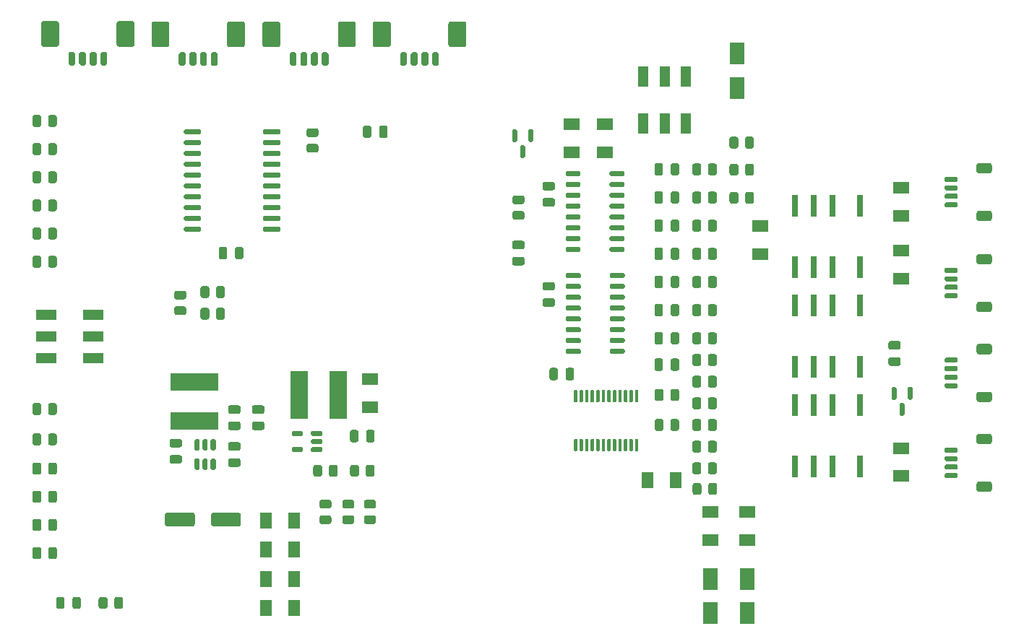
<source format=gtp>
G04 #@! TF.GenerationSoftware,KiCad,Pcbnew,6.0.10-86aedd382b~118~ubuntu18.04.1*
G04 #@! TF.CreationDate,2024-12-31T11:37:35-07:00*
G04 #@! TF.ProjectId,mss-switch,6d73732d-7377-4697-9463-682e6b696361,rev?*
G04 #@! TF.SameCoordinates,Original*
G04 #@! TF.FileFunction,Paste,Top*
G04 #@! TF.FilePolarity,Positive*
%FSLAX46Y46*%
G04 Gerber Fmt 4.6, Leading zero omitted, Abs format (unit mm)*
G04 Created by KiCad (PCBNEW 6.0.10-86aedd382b~118~ubuntu18.04.1) date 2024-12-31 11:37:35*
%MOMM*%
%LPD*%
G01*
G04 APERTURE LIST*
%ADD10R,1.400000X1.900000*%
%ADD11R,5.562600X2.108200*%
%ADD12R,1.900000X1.400000*%
%ADD13R,1.193800X2.489200*%
%ADD14R,1.800000X2.500000*%
%ADD15R,0.800000X2.660000*%
%ADD16R,2.489200X1.193800*%
%ADD17R,2.108200X5.562600*%
G04 APERTURE END LIST*
G36*
G01*
X47216000Y-185362000D02*
X47216000Y-184462000D01*
G75*
G02*
X47466000Y-184212000I250000J0D01*
G01*
X47991000Y-184212000D01*
G75*
G02*
X48241000Y-184462000I0J-250000D01*
G01*
X48241000Y-185362000D01*
G75*
G02*
X47991000Y-185612000I-250000J0D01*
G01*
X47466000Y-185612000D01*
G75*
G02*
X47216000Y-185362000I0J250000D01*
G01*
G37*
G36*
G01*
X49041000Y-185362000D02*
X49041000Y-184462000D01*
G75*
G02*
X49291000Y-184212000I250000J0D01*
G01*
X49816000Y-184212000D01*
G75*
G02*
X50066000Y-184462000I0J-250000D01*
G01*
X50066000Y-185362000D01*
G75*
G02*
X49816000Y-185612000I-250000J0D01*
G01*
X49291000Y-185612000D01*
G75*
G02*
X49041000Y-185362000I0J250000D01*
G01*
G37*
D10*
X70103000Y-175260000D03*
X66803000Y-175260000D03*
G36*
G01*
X116788500Y-161954750D02*
X116788500Y-161054750D01*
G75*
G02*
X117038500Y-160804750I250000J0D01*
G01*
X117563500Y-160804750D01*
G75*
G02*
X117813500Y-161054750I0J-250000D01*
G01*
X117813500Y-161954750D01*
G75*
G02*
X117563500Y-162204750I-250000J0D01*
G01*
X117038500Y-162204750D01*
G75*
G02*
X116788500Y-161954750I0J250000D01*
G01*
G37*
G36*
G01*
X118613500Y-161954750D02*
X118613500Y-161054750D01*
G75*
G02*
X118863500Y-160804750I250000J0D01*
G01*
X119388500Y-160804750D01*
G75*
G02*
X119638500Y-161054750I0J-250000D01*
G01*
X119638500Y-161954750D01*
G75*
G02*
X119388500Y-162204750I-250000J0D01*
G01*
X118863500Y-162204750D01*
G75*
G02*
X118613500Y-161954750I0J250000D01*
G01*
G37*
G36*
G01*
X42319000Y-168714000D02*
X42319000Y-169614000D01*
G75*
G02*
X42069000Y-169864000I-250000J0D01*
G01*
X41544000Y-169864000D01*
G75*
G02*
X41294000Y-169614000I0J250000D01*
G01*
X41294000Y-168714000D01*
G75*
G02*
X41544000Y-168464000I250000J0D01*
G01*
X42069000Y-168464000D01*
G75*
G02*
X42319000Y-168714000I0J-250000D01*
G01*
G37*
G36*
G01*
X40494000Y-168714000D02*
X40494000Y-169614000D01*
G75*
G02*
X40244000Y-169864000I-250000J0D01*
G01*
X39719000Y-169864000D01*
G75*
G02*
X39469000Y-169614000I0J250000D01*
G01*
X39469000Y-168714000D01*
G75*
G02*
X39719000Y-168464000I250000J0D01*
G01*
X40244000Y-168464000D01*
G75*
G02*
X40494000Y-168714000I0J-250000D01*
G01*
G37*
G36*
G01*
X42319000Y-144457000D02*
X42319000Y-145357000D01*
G75*
G02*
X42069000Y-145607000I-250000J0D01*
G01*
X41544000Y-145607000D01*
G75*
G02*
X41294000Y-145357000I0J250000D01*
G01*
X41294000Y-144457000D01*
G75*
G02*
X41544000Y-144207000I250000J0D01*
G01*
X42069000Y-144207000D01*
G75*
G02*
X42319000Y-144457000I0J-250000D01*
G01*
G37*
G36*
G01*
X40494000Y-144457000D02*
X40494000Y-145357000D01*
G75*
G02*
X40244000Y-145607000I-250000J0D01*
G01*
X39719000Y-145607000D01*
G75*
G02*
X39469000Y-145357000I0J250000D01*
G01*
X39469000Y-144457000D01*
G75*
G02*
X39719000Y-144207000I250000J0D01*
G01*
X40244000Y-144207000D01*
G75*
G02*
X40494000Y-144457000I0J-250000D01*
G01*
G37*
G36*
G01*
X147723000Y-159748750D02*
X146473000Y-159748750D01*
G75*
G02*
X146323000Y-159598750I0J150000D01*
G01*
X146323000Y-159298750D01*
G75*
G02*
X146473000Y-159148750I150000J0D01*
G01*
X147723000Y-159148750D01*
G75*
G02*
X147873000Y-159298750I0J-150000D01*
G01*
X147873000Y-159598750D01*
G75*
G02*
X147723000Y-159748750I-150000J0D01*
G01*
G37*
G36*
G01*
X147723000Y-158748750D02*
X146473000Y-158748750D01*
G75*
G02*
X146323000Y-158598750I0J150000D01*
G01*
X146323000Y-158298750D01*
G75*
G02*
X146473000Y-158148750I150000J0D01*
G01*
X147723000Y-158148750D01*
G75*
G02*
X147873000Y-158298750I0J-150000D01*
G01*
X147873000Y-158598750D01*
G75*
G02*
X147723000Y-158748750I-150000J0D01*
G01*
G37*
G36*
G01*
X147723000Y-157748750D02*
X146473000Y-157748750D01*
G75*
G02*
X146323000Y-157598750I0J150000D01*
G01*
X146323000Y-157298750D01*
G75*
G02*
X146473000Y-157148750I150000J0D01*
G01*
X147723000Y-157148750D01*
G75*
G02*
X147873000Y-157298750I0J-150000D01*
G01*
X147873000Y-157598750D01*
G75*
G02*
X147723000Y-157748750I-150000J0D01*
G01*
G37*
G36*
G01*
X147723000Y-156748750D02*
X146473000Y-156748750D01*
G75*
G02*
X146323000Y-156598750I0J150000D01*
G01*
X146323000Y-156298750D01*
G75*
G02*
X146473000Y-156148750I150000J0D01*
G01*
X147723000Y-156148750D01*
G75*
G02*
X147873000Y-156298750I0J-150000D01*
G01*
X147873000Y-156598750D01*
G75*
G02*
X147723000Y-156748750I-150000J0D01*
G01*
G37*
G36*
G01*
X151623000Y-155748750D02*
X150323000Y-155748750D01*
G75*
G02*
X150073000Y-155498750I0J250000D01*
G01*
X150073000Y-154798750D01*
G75*
G02*
X150323000Y-154548750I250000J0D01*
G01*
X151623000Y-154548750D01*
G75*
G02*
X151873000Y-154798750I0J-250000D01*
G01*
X151873000Y-155498750D01*
G75*
G02*
X151623000Y-155748750I-250000J0D01*
G01*
G37*
G36*
G01*
X151623000Y-161348750D02*
X150323000Y-161348750D01*
G75*
G02*
X150073000Y-161098750I0J250000D01*
G01*
X150073000Y-160398750D01*
G75*
G02*
X150323000Y-160148750I250000J0D01*
G01*
X151623000Y-160148750D01*
G75*
G02*
X151873000Y-160398750I0J-250000D01*
G01*
X151873000Y-161098750D01*
G75*
G02*
X151623000Y-161348750I-250000J0D01*
G01*
G37*
D11*
X58420000Y-158978600D03*
X58420000Y-163576000D03*
G36*
G01*
X101960000Y-146668750D02*
X101960000Y-146368750D01*
G75*
G02*
X102110000Y-146218750I150000J0D01*
G01*
X103560000Y-146218750D01*
G75*
G02*
X103710000Y-146368750I0J-150000D01*
G01*
X103710000Y-146668750D01*
G75*
G02*
X103560000Y-146818750I-150000J0D01*
G01*
X102110000Y-146818750D01*
G75*
G02*
X101960000Y-146668750I0J150000D01*
G01*
G37*
G36*
G01*
X101960000Y-147938750D02*
X101960000Y-147638750D01*
G75*
G02*
X102110000Y-147488750I150000J0D01*
G01*
X103560000Y-147488750D01*
G75*
G02*
X103710000Y-147638750I0J-150000D01*
G01*
X103710000Y-147938750D01*
G75*
G02*
X103560000Y-148088750I-150000J0D01*
G01*
X102110000Y-148088750D01*
G75*
G02*
X101960000Y-147938750I0J150000D01*
G01*
G37*
G36*
G01*
X101960000Y-149208750D02*
X101960000Y-148908750D01*
G75*
G02*
X102110000Y-148758750I150000J0D01*
G01*
X103560000Y-148758750D01*
G75*
G02*
X103710000Y-148908750I0J-150000D01*
G01*
X103710000Y-149208750D01*
G75*
G02*
X103560000Y-149358750I-150000J0D01*
G01*
X102110000Y-149358750D01*
G75*
G02*
X101960000Y-149208750I0J150000D01*
G01*
G37*
G36*
G01*
X101960000Y-150478750D02*
X101960000Y-150178750D01*
G75*
G02*
X102110000Y-150028750I150000J0D01*
G01*
X103560000Y-150028750D01*
G75*
G02*
X103710000Y-150178750I0J-150000D01*
G01*
X103710000Y-150478750D01*
G75*
G02*
X103560000Y-150628750I-150000J0D01*
G01*
X102110000Y-150628750D01*
G75*
G02*
X101960000Y-150478750I0J150000D01*
G01*
G37*
G36*
G01*
X101960000Y-151748750D02*
X101960000Y-151448750D01*
G75*
G02*
X102110000Y-151298750I150000J0D01*
G01*
X103560000Y-151298750D01*
G75*
G02*
X103710000Y-151448750I0J-150000D01*
G01*
X103710000Y-151748750D01*
G75*
G02*
X103560000Y-151898750I-150000J0D01*
G01*
X102110000Y-151898750D01*
G75*
G02*
X101960000Y-151748750I0J150000D01*
G01*
G37*
G36*
G01*
X101960000Y-153018750D02*
X101960000Y-152718750D01*
G75*
G02*
X102110000Y-152568750I150000J0D01*
G01*
X103560000Y-152568750D01*
G75*
G02*
X103710000Y-152718750I0J-150000D01*
G01*
X103710000Y-153018750D01*
G75*
G02*
X103560000Y-153168750I-150000J0D01*
G01*
X102110000Y-153168750D01*
G75*
G02*
X101960000Y-153018750I0J150000D01*
G01*
G37*
G36*
G01*
X101960000Y-154288750D02*
X101960000Y-153988750D01*
G75*
G02*
X102110000Y-153838750I150000J0D01*
G01*
X103560000Y-153838750D01*
G75*
G02*
X103710000Y-153988750I0J-150000D01*
G01*
X103710000Y-154288750D01*
G75*
G02*
X103560000Y-154438750I-150000J0D01*
G01*
X102110000Y-154438750D01*
G75*
G02*
X101960000Y-154288750I0J150000D01*
G01*
G37*
G36*
G01*
X101960000Y-155558750D02*
X101960000Y-155258750D01*
G75*
G02*
X102110000Y-155108750I150000J0D01*
G01*
X103560000Y-155108750D01*
G75*
G02*
X103710000Y-155258750I0J-150000D01*
G01*
X103710000Y-155558750D01*
G75*
G02*
X103560000Y-155708750I-150000J0D01*
G01*
X102110000Y-155708750D01*
G75*
G02*
X101960000Y-155558750I0J150000D01*
G01*
G37*
G36*
G01*
X107110000Y-155558750D02*
X107110000Y-155258750D01*
G75*
G02*
X107260000Y-155108750I150000J0D01*
G01*
X108710000Y-155108750D01*
G75*
G02*
X108860000Y-155258750I0J-150000D01*
G01*
X108860000Y-155558750D01*
G75*
G02*
X108710000Y-155708750I-150000J0D01*
G01*
X107260000Y-155708750D01*
G75*
G02*
X107110000Y-155558750I0J150000D01*
G01*
G37*
G36*
G01*
X107110000Y-154288750D02*
X107110000Y-153988750D01*
G75*
G02*
X107260000Y-153838750I150000J0D01*
G01*
X108710000Y-153838750D01*
G75*
G02*
X108860000Y-153988750I0J-150000D01*
G01*
X108860000Y-154288750D01*
G75*
G02*
X108710000Y-154438750I-150000J0D01*
G01*
X107260000Y-154438750D01*
G75*
G02*
X107110000Y-154288750I0J150000D01*
G01*
G37*
G36*
G01*
X107110000Y-153018750D02*
X107110000Y-152718750D01*
G75*
G02*
X107260000Y-152568750I150000J0D01*
G01*
X108710000Y-152568750D01*
G75*
G02*
X108860000Y-152718750I0J-150000D01*
G01*
X108860000Y-153018750D01*
G75*
G02*
X108710000Y-153168750I-150000J0D01*
G01*
X107260000Y-153168750D01*
G75*
G02*
X107110000Y-153018750I0J150000D01*
G01*
G37*
G36*
G01*
X107110000Y-151748750D02*
X107110000Y-151448750D01*
G75*
G02*
X107260000Y-151298750I150000J0D01*
G01*
X108710000Y-151298750D01*
G75*
G02*
X108860000Y-151448750I0J-150000D01*
G01*
X108860000Y-151748750D01*
G75*
G02*
X108710000Y-151898750I-150000J0D01*
G01*
X107260000Y-151898750D01*
G75*
G02*
X107110000Y-151748750I0J150000D01*
G01*
G37*
G36*
G01*
X107110000Y-150478750D02*
X107110000Y-150178750D01*
G75*
G02*
X107260000Y-150028750I150000J0D01*
G01*
X108710000Y-150028750D01*
G75*
G02*
X108860000Y-150178750I0J-150000D01*
G01*
X108860000Y-150478750D01*
G75*
G02*
X108710000Y-150628750I-150000J0D01*
G01*
X107260000Y-150628750D01*
G75*
G02*
X107110000Y-150478750I0J150000D01*
G01*
G37*
G36*
G01*
X107110000Y-149208750D02*
X107110000Y-148908750D01*
G75*
G02*
X107260000Y-148758750I150000J0D01*
G01*
X108710000Y-148758750D01*
G75*
G02*
X108860000Y-148908750I0J-150000D01*
G01*
X108860000Y-149208750D01*
G75*
G02*
X108710000Y-149358750I-150000J0D01*
G01*
X107260000Y-149358750D01*
G75*
G02*
X107110000Y-149208750I0J150000D01*
G01*
G37*
G36*
G01*
X107110000Y-147938750D02*
X107110000Y-147638750D01*
G75*
G02*
X107260000Y-147488750I150000J0D01*
G01*
X108710000Y-147488750D01*
G75*
G02*
X108860000Y-147638750I0J-150000D01*
G01*
X108860000Y-147938750D01*
G75*
G02*
X108710000Y-148088750I-150000J0D01*
G01*
X107260000Y-148088750D01*
G75*
G02*
X107110000Y-147938750I0J150000D01*
G01*
G37*
G36*
G01*
X107110000Y-146668750D02*
X107110000Y-146368750D01*
G75*
G02*
X107260000Y-146218750I150000J0D01*
G01*
X108710000Y-146218750D01*
G75*
G02*
X108860000Y-146368750I0J-150000D01*
G01*
X108860000Y-146668750D01*
G75*
G02*
X108710000Y-146818750I-150000J0D01*
G01*
X107260000Y-146818750D01*
G75*
G02*
X107110000Y-146668750I0J150000D01*
G01*
G37*
G36*
G01*
X119638500Y-136924750D02*
X119638500Y-137824750D01*
G75*
G02*
X119388500Y-138074750I-250000J0D01*
G01*
X118863500Y-138074750D01*
G75*
G02*
X118613500Y-137824750I0J250000D01*
G01*
X118613500Y-136924750D01*
G75*
G02*
X118863500Y-136674750I250000J0D01*
G01*
X119388500Y-136674750D01*
G75*
G02*
X119638500Y-136924750I0J-250000D01*
G01*
G37*
G36*
G01*
X117813500Y-136924750D02*
X117813500Y-137824750D01*
G75*
G02*
X117563500Y-138074750I-250000J0D01*
G01*
X117038500Y-138074750D01*
G75*
G02*
X116788500Y-137824750I0J250000D01*
G01*
X116788500Y-136924750D01*
G75*
G02*
X117038500Y-136674750I250000J0D01*
G01*
X117563500Y-136674750D01*
G75*
G02*
X117813500Y-136924750I0J-250000D01*
G01*
G37*
G36*
G01*
X73428000Y-166789000D02*
X73428000Y-167089000D01*
G75*
G02*
X73278000Y-167239000I-150000J0D01*
G01*
X72253000Y-167239000D01*
G75*
G02*
X72103000Y-167089000I0J150000D01*
G01*
X72103000Y-166789000D01*
G75*
G02*
X72253000Y-166639000I150000J0D01*
G01*
X73278000Y-166639000D01*
G75*
G02*
X73428000Y-166789000I0J-150000D01*
G01*
G37*
G36*
G01*
X73428000Y-165839000D02*
X73428000Y-166139000D01*
G75*
G02*
X73278000Y-166289000I-150000J0D01*
G01*
X72253000Y-166289000D01*
G75*
G02*
X72103000Y-166139000I0J150000D01*
G01*
X72103000Y-165839000D01*
G75*
G02*
X72253000Y-165689000I150000J0D01*
G01*
X73278000Y-165689000D01*
G75*
G02*
X73428000Y-165839000I0J-150000D01*
G01*
G37*
G36*
G01*
X73428000Y-164889000D02*
X73428000Y-165189000D01*
G75*
G02*
X73278000Y-165339000I-150000J0D01*
G01*
X72253000Y-165339000D01*
G75*
G02*
X72103000Y-165189000I0J150000D01*
G01*
X72103000Y-164889000D01*
G75*
G02*
X72253000Y-164739000I150000J0D01*
G01*
X73278000Y-164739000D01*
G75*
G02*
X73428000Y-164889000I0J-150000D01*
G01*
G37*
G36*
G01*
X71153000Y-164889000D02*
X71153000Y-165189000D01*
G75*
G02*
X71003000Y-165339000I-150000J0D01*
G01*
X69978000Y-165339000D01*
G75*
G02*
X69828000Y-165189000I0J150000D01*
G01*
X69828000Y-164889000D01*
G75*
G02*
X69978000Y-164739000I150000J0D01*
G01*
X71003000Y-164739000D01*
G75*
G02*
X71153000Y-164889000I0J-150000D01*
G01*
G37*
G36*
G01*
X71153000Y-166789000D02*
X71153000Y-167089000D01*
G75*
G02*
X71003000Y-167239000I-150000J0D01*
G01*
X69978000Y-167239000D01*
G75*
G02*
X69828000Y-167089000I0J150000D01*
G01*
X69828000Y-166789000D01*
G75*
G02*
X69978000Y-166639000I150000J0D01*
G01*
X71003000Y-166639000D01*
G75*
G02*
X71153000Y-166789000I0J-150000D01*
G01*
G37*
D12*
X124714000Y-144017000D03*
X124714000Y-140717000D03*
G36*
G01*
X123980000Y-130487000D02*
X123980000Y-131387000D01*
G75*
G02*
X123730000Y-131637000I-250000J0D01*
G01*
X123205000Y-131637000D01*
G75*
G02*
X122955000Y-131387000I0J250000D01*
G01*
X122955000Y-130487000D01*
G75*
G02*
X123205000Y-130237000I250000J0D01*
G01*
X123730000Y-130237000D01*
G75*
G02*
X123980000Y-130487000I0J-250000D01*
G01*
G37*
G36*
G01*
X122155000Y-130487000D02*
X122155000Y-131387000D01*
G75*
G02*
X121905000Y-131637000I-250000J0D01*
G01*
X121380000Y-131637000D01*
G75*
G02*
X121130000Y-131387000I0J250000D01*
G01*
X121130000Y-130487000D01*
G75*
G02*
X121380000Y-130237000I250000J0D01*
G01*
X121905000Y-130237000D01*
G75*
G02*
X122155000Y-130487000I0J-250000D01*
G01*
G37*
G36*
G01*
X115242000Y-150107750D02*
X115242000Y-151057750D01*
G75*
G02*
X114992000Y-151307750I-250000J0D01*
G01*
X114492000Y-151307750D01*
G75*
G02*
X114242000Y-151057750I0J250000D01*
G01*
X114242000Y-150107750D01*
G75*
G02*
X114492000Y-149857750I250000J0D01*
G01*
X114992000Y-149857750D01*
G75*
G02*
X115242000Y-150107750I0J-250000D01*
G01*
G37*
G36*
G01*
X113342000Y-150107750D02*
X113342000Y-151057750D01*
G75*
G02*
X113092000Y-151307750I-250000J0D01*
G01*
X112592000Y-151307750D01*
G75*
G02*
X112342000Y-151057750I0J250000D01*
G01*
X112342000Y-150107750D01*
G75*
G02*
X112592000Y-149857750I250000J0D01*
G01*
X113092000Y-149857750D01*
G75*
G02*
X113342000Y-150107750I0J-250000D01*
G01*
G37*
G36*
G01*
X61163000Y-120537000D02*
X61163000Y-121737000D01*
G75*
G02*
X60963000Y-121937000I-200000J0D01*
G01*
X60563000Y-121937000D01*
G75*
G02*
X60363000Y-121737000I0J200000D01*
G01*
X60363000Y-120537000D01*
G75*
G02*
X60563000Y-120337000I200000J0D01*
G01*
X60963000Y-120337000D01*
G75*
G02*
X61163000Y-120537000I0J-200000D01*
G01*
G37*
G36*
G01*
X59913000Y-120537000D02*
X59913000Y-121737000D01*
G75*
G02*
X59713000Y-121937000I-200000J0D01*
G01*
X59313000Y-121937000D01*
G75*
G02*
X59113000Y-121737000I0J200000D01*
G01*
X59113000Y-120537000D01*
G75*
G02*
X59313000Y-120337000I200000J0D01*
G01*
X59713000Y-120337000D01*
G75*
G02*
X59913000Y-120537000I0J-200000D01*
G01*
G37*
G36*
G01*
X58663000Y-120537000D02*
X58663000Y-121737000D01*
G75*
G02*
X58463000Y-121937000I-200000J0D01*
G01*
X58063000Y-121937000D01*
G75*
G02*
X57863000Y-121737000I0J200000D01*
G01*
X57863000Y-120537000D01*
G75*
G02*
X58063000Y-120337000I200000J0D01*
G01*
X58463000Y-120337000D01*
G75*
G02*
X58663000Y-120537000I0J-200000D01*
G01*
G37*
G36*
G01*
X57413000Y-120537000D02*
X57413000Y-121737000D01*
G75*
G02*
X57213000Y-121937000I-200000J0D01*
G01*
X56813000Y-121937000D01*
G75*
G02*
X56613000Y-121737000I0J200000D01*
G01*
X56613000Y-120537000D01*
G75*
G02*
X56813000Y-120337000I200000J0D01*
G01*
X57213000Y-120337000D01*
G75*
G02*
X57413000Y-120537000I0J-200000D01*
G01*
G37*
G36*
G01*
X55513000Y-116987001D02*
X55513000Y-119486999D01*
G75*
G02*
X55262999Y-119737000I-250001J0D01*
G01*
X53663001Y-119737000D01*
G75*
G02*
X53413000Y-119486999I0J250001D01*
G01*
X53413000Y-116987001D01*
G75*
G02*
X53663001Y-116737000I250001J0D01*
G01*
X55262999Y-116737000D01*
G75*
G02*
X55513000Y-116987001I0J-250001D01*
G01*
G37*
G36*
G01*
X64363000Y-116987001D02*
X64363000Y-119486999D01*
G75*
G02*
X64112999Y-119737000I-250001J0D01*
G01*
X62513001Y-119737000D01*
G75*
G02*
X62263000Y-119486999I0J250001D01*
G01*
X62263000Y-116987001D01*
G75*
G02*
X62513001Y-116737000I250001J0D01*
G01*
X64112999Y-116737000D01*
G75*
G02*
X64363000Y-116987001I0J-250001D01*
G01*
G37*
G36*
G01*
X116788500Y-156874750D02*
X116788500Y-155974750D01*
G75*
G02*
X117038500Y-155724750I250000J0D01*
G01*
X117563500Y-155724750D01*
G75*
G02*
X117813500Y-155974750I0J-250000D01*
G01*
X117813500Y-156874750D01*
G75*
G02*
X117563500Y-157124750I-250000J0D01*
G01*
X117038500Y-157124750D01*
G75*
G02*
X116788500Y-156874750I0J250000D01*
G01*
G37*
G36*
G01*
X118613500Y-156874750D02*
X118613500Y-155974750D01*
G75*
G02*
X118863500Y-155724750I250000J0D01*
G01*
X119388500Y-155724750D01*
G75*
G02*
X119638500Y-155974750I0J-250000D01*
G01*
X119638500Y-156874750D01*
G75*
G02*
X119388500Y-157124750I-250000J0D01*
G01*
X118863500Y-157124750D01*
G75*
G02*
X118613500Y-156874750I0J250000D01*
G01*
G37*
G36*
G01*
X115242000Y-133597750D02*
X115242000Y-134547750D01*
G75*
G02*
X114992000Y-134797750I-250000J0D01*
G01*
X114492000Y-134797750D01*
G75*
G02*
X114242000Y-134547750I0J250000D01*
G01*
X114242000Y-133597750D01*
G75*
G02*
X114492000Y-133347750I250000J0D01*
G01*
X114992000Y-133347750D01*
G75*
G02*
X115242000Y-133597750I0J-250000D01*
G01*
G37*
G36*
G01*
X113342000Y-133597750D02*
X113342000Y-134547750D01*
G75*
G02*
X113092000Y-134797750I-250000J0D01*
G01*
X112592000Y-134797750D01*
G75*
G02*
X112342000Y-134547750I0J250000D01*
G01*
X112342000Y-133597750D01*
G75*
G02*
X112592000Y-133347750I250000J0D01*
G01*
X113092000Y-133347750D01*
G75*
G02*
X113342000Y-133597750I0J-250000D01*
G01*
G37*
G36*
G01*
X139987000Y-154212750D02*
X140937000Y-154212750D01*
G75*
G02*
X141187000Y-154462750I0J-250000D01*
G01*
X141187000Y-154962750D01*
G75*
G02*
X140937000Y-155212750I-250000J0D01*
G01*
X139987000Y-155212750D01*
G75*
G02*
X139737000Y-154962750I0J250000D01*
G01*
X139737000Y-154462750D01*
G75*
G02*
X139987000Y-154212750I250000J0D01*
G01*
G37*
G36*
G01*
X139987000Y-156112750D02*
X140937000Y-156112750D01*
G75*
G02*
X141187000Y-156362750I0J-250000D01*
G01*
X141187000Y-156862750D01*
G75*
G02*
X140937000Y-157112750I-250000J0D01*
G01*
X139987000Y-157112750D01*
G75*
G02*
X139737000Y-156862750I0J250000D01*
G01*
X139737000Y-156362750D01*
G75*
G02*
X139987000Y-156112750I250000J0D01*
G01*
G37*
G36*
G01*
X42263000Y-185368250D02*
X42263000Y-184455750D01*
G75*
G02*
X42506750Y-184212000I243750J0D01*
G01*
X42994250Y-184212000D01*
G75*
G02*
X43238000Y-184455750I0J-243750D01*
G01*
X43238000Y-185368250D01*
G75*
G02*
X42994250Y-185612000I-243750J0D01*
G01*
X42506750Y-185612000D01*
G75*
G02*
X42263000Y-185368250I0J243750D01*
G01*
G37*
G36*
G01*
X44138000Y-185368250D02*
X44138000Y-184455750D01*
G75*
G02*
X44381750Y-184212000I243750J0D01*
G01*
X44869250Y-184212000D01*
G75*
G02*
X45113000Y-184455750I0J-243750D01*
G01*
X45113000Y-185368250D01*
G75*
G02*
X44869250Y-185612000I-243750J0D01*
G01*
X44381750Y-185612000D01*
G75*
G02*
X44138000Y-185368250I0J243750D01*
G01*
G37*
D13*
X116038000Y-123188850D03*
X113538000Y-123188850D03*
X111038000Y-123188850D03*
X116038000Y-128700650D03*
X113538000Y-128700650D03*
X111038000Y-128700650D03*
D14*
X118872000Y-186110750D03*
X118872000Y-182110750D03*
G36*
G01*
X119638500Y-133622750D02*
X119638500Y-134522750D01*
G75*
G02*
X119388500Y-134772750I-250000J0D01*
G01*
X118863500Y-134772750D01*
G75*
G02*
X118613500Y-134522750I0J250000D01*
G01*
X118613500Y-133622750D01*
G75*
G02*
X118863500Y-133372750I250000J0D01*
G01*
X119388500Y-133372750D01*
G75*
G02*
X119638500Y-133622750I0J-250000D01*
G01*
G37*
G36*
G01*
X117813500Y-133622750D02*
X117813500Y-134522750D01*
G75*
G02*
X117563500Y-134772750I-250000J0D01*
G01*
X117038500Y-134772750D01*
G75*
G02*
X116788500Y-134522750I0J250000D01*
G01*
X116788500Y-133622750D01*
G75*
G02*
X117038500Y-133372750I250000J0D01*
G01*
X117563500Y-133372750D01*
G75*
G02*
X117813500Y-133622750I0J-250000D01*
G01*
G37*
G36*
G01*
X55786000Y-165682000D02*
X56736000Y-165682000D01*
G75*
G02*
X56986000Y-165932000I0J-250000D01*
G01*
X56986000Y-166432000D01*
G75*
G02*
X56736000Y-166682000I-250000J0D01*
G01*
X55786000Y-166682000D01*
G75*
G02*
X55536000Y-166432000I0J250000D01*
G01*
X55536000Y-165932000D01*
G75*
G02*
X55786000Y-165682000I250000J0D01*
G01*
G37*
G36*
G01*
X55786000Y-167582000D02*
X56736000Y-167582000D01*
G75*
G02*
X56986000Y-167832000I0J-250000D01*
G01*
X56986000Y-168332000D01*
G75*
G02*
X56736000Y-168582000I-250000J0D01*
G01*
X55786000Y-168582000D01*
G75*
G02*
X55536000Y-168332000I0J250000D01*
G01*
X55536000Y-167832000D01*
G75*
G02*
X55786000Y-167582000I250000J0D01*
G01*
G37*
G36*
G01*
X42319000Y-137853000D02*
X42319000Y-138753000D01*
G75*
G02*
X42069000Y-139003000I-250000J0D01*
G01*
X41544000Y-139003000D01*
G75*
G02*
X41294000Y-138753000I0J250000D01*
G01*
X41294000Y-137853000D01*
G75*
G02*
X41544000Y-137603000I250000J0D01*
G01*
X42069000Y-137603000D01*
G75*
G02*
X42319000Y-137853000I0J-250000D01*
G01*
G37*
G36*
G01*
X40494000Y-137853000D02*
X40494000Y-138753000D01*
G75*
G02*
X40244000Y-139003000I-250000J0D01*
G01*
X39719000Y-139003000D01*
G75*
G02*
X39469000Y-138753000I0J250000D01*
G01*
X39469000Y-137853000D01*
G75*
G02*
X39719000Y-137603000I250000J0D01*
G01*
X40244000Y-137603000D01*
G75*
G02*
X40494000Y-137853000I0J-250000D01*
G01*
G37*
D10*
X111507000Y-170561000D03*
X114807000Y-170561000D03*
G36*
G01*
X119638500Y-146830750D02*
X119638500Y-147730750D01*
G75*
G02*
X119388500Y-147980750I-250000J0D01*
G01*
X118863500Y-147980750D01*
G75*
G02*
X118613500Y-147730750I0J250000D01*
G01*
X118613500Y-146830750D01*
G75*
G02*
X118863500Y-146580750I250000J0D01*
G01*
X119388500Y-146580750D01*
G75*
G02*
X119638500Y-146830750I0J-250000D01*
G01*
G37*
G36*
G01*
X117813500Y-146830750D02*
X117813500Y-147730750D01*
G75*
G02*
X117563500Y-147980750I-250000J0D01*
G01*
X117038500Y-147980750D01*
G75*
G02*
X116788500Y-147730750I0J250000D01*
G01*
X116788500Y-146830750D01*
G75*
G02*
X117038500Y-146580750I250000J0D01*
G01*
X117563500Y-146580750D01*
G75*
G02*
X117813500Y-146830750I0J-250000D01*
G01*
G37*
D15*
X136410700Y-150036650D03*
X133210300Y-150036650D03*
X131000500Y-150036650D03*
X128790700Y-150036650D03*
X128790700Y-157224850D03*
X131000500Y-157224850D03*
X133210300Y-157224850D03*
X136410700Y-157224850D03*
X136410700Y-161720650D03*
X133210300Y-161720650D03*
X131000500Y-161720650D03*
X128790700Y-161720650D03*
X128790700Y-168908850D03*
X131000500Y-168908850D03*
X133210300Y-168908850D03*
X136410700Y-168908850D03*
X136410700Y-138352650D03*
X133210300Y-138352650D03*
X131000500Y-138352650D03*
X128790700Y-138352650D03*
X128790700Y-145540850D03*
X131000500Y-145540850D03*
X133210300Y-145540850D03*
X136410700Y-145540850D03*
G36*
G01*
X42319000Y-141155000D02*
X42319000Y-142055000D01*
G75*
G02*
X42069000Y-142305000I-250000J0D01*
G01*
X41544000Y-142305000D01*
G75*
G02*
X41294000Y-142055000I0J250000D01*
G01*
X41294000Y-141155000D01*
G75*
G02*
X41544000Y-140905000I250000J0D01*
G01*
X42069000Y-140905000D01*
G75*
G02*
X42319000Y-141155000I0J-250000D01*
G01*
G37*
G36*
G01*
X40494000Y-141155000D02*
X40494000Y-142055000D01*
G75*
G02*
X40244000Y-142305000I-250000J0D01*
G01*
X39719000Y-142305000D01*
G75*
G02*
X39469000Y-142055000I0J250000D01*
G01*
X39469000Y-141155000D01*
G75*
G02*
X39719000Y-140905000I250000J0D01*
G01*
X40244000Y-140905000D01*
G75*
G02*
X40494000Y-141155000I0J-250000D01*
G01*
G37*
G36*
G01*
X119638500Y-158514750D02*
X119638500Y-159414750D01*
G75*
G02*
X119388500Y-159664750I-250000J0D01*
G01*
X118863500Y-159664750D01*
G75*
G02*
X118613500Y-159414750I0J250000D01*
G01*
X118613500Y-158514750D01*
G75*
G02*
X118863500Y-158264750I250000J0D01*
G01*
X119388500Y-158264750D01*
G75*
G02*
X119638500Y-158514750I0J-250000D01*
G01*
G37*
G36*
G01*
X117813500Y-158514750D02*
X117813500Y-159414750D01*
G75*
G02*
X117563500Y-159664750I-250000J0D01*
G01*
X117038500Y-159664750D01*
G75*
G02*
X116788500Y-159414750I0J250000D01*
G01*
X116788500Y-158514750D01*
G75*
G02*
X117038500Y-158264750I250000J0D01*
G01*
X117563500Y-158264750D01*
G75*
G02*
X117813500Y-158514750I0J-250000D01*
G01*
G37*
G36*
G01*
X42319000Y-172016000D02*
X42319000Y-172916000D01*
G75*
G02*
X42069000Y-173166000I-250000J0D01*
G01*
X41544000Y-173166000D01*
G75*
G02*
X41294000Y-172916000I0J250000D01*
G01*
X41294000Y-172016000D01*
G75*
G02*
X41544000Y-171766000I250000J0D01*
G01*
X42069000Y-171766000D01*
G75*
G02*
X42319000Y-172016000I0J-250000D01*
G01*
G37*
G36*
G01*
X40494000Y-172016000D02*
X40494000Y-172916000D01*
G75*
G02*
X40244000Y-173166000I-250000J0D01*
G01*
X39719000Y-173166000D01*
G75*
G02*
X39469000Y-172916000I0J250000D01*
G01*
X39469000Y-172016000D01*
G75*
G02*
X39719000Y-171766000I250000J0D01*
G01*
X40244000Y-171766000D01*
G75*
G02*
X40494000Y-172016000I0J-250000D01*
G01*
G37*
G36*
G01*
X59154000Y-148913000D02*
X59154000Y-148013000D01*
G75*
G02*
X59404000Y-147763000I250000J0D01*
G01*
X59929000Y-147763000D01*
G75*
G02*
X60179000Y-148013000I0J-250000D01*
G01*
X60179000Y-148913000D01*
G75*
G02*
X59929000Y-149163000I-250000J0D01*
G01*
X59404000Y-149163000D01*
G75*
G02*
X59154000Y-148913000I0J250000D01*
G01*
G37*
G36*
G01*
X60979000Y-148913000D02*
X60979000Y-148013000D01*
G75*
G02*
X61229000Y-147763000I250000J0D01*
G01*
X61754000Y-147763000D01*
G75*
G02*
X62004000Y-148013000I0J-250000D01*
G01*
X62004000Y-148913000D01*
G75*
G02*
X61754000Y-149163000I-250000J0D01*
G01*
X61229000Y-149163000D01*
G75*
G02*
X60979000Y-148913000I0J250000D01*
G01*
G37*
G36*
G01*
X42319000Y-134551000D02*
X42319000Y-135451000D01*
G75*
G02*
X42069000Y-135701000I-250000J0D01*
G01*
X41544000Y-135701000D01*
G75*
G02*
X41294000Y-135451000I0J250000D01*
G01*
X41294000Y-134551000D01*
G75*
G02*
X41544000Y-134301000I250000J0D01*
G01*
X42069000Y-134301000D01*
G75*
G02*
X42319000Y-134551000I0J-250000D01*
G01*
G37*
G36*
G01*
X40494000Y-134551000D02*
X40494000Y-135451000D01*
G75*
G02*
X40244000Y-135701000I-250000J0D01*
G01*
X39719000Y-135701000D01*
G75*
G02*
X39469000Y-135451000I0J250000D01*
G01*
X39469000Y-134551000D01*
G75*
G02*
X39719000Y-134301000I250000J0D01*
G01*
X40244000Y-134301000D01*
G75*
G02*
X40494000Y-134551000I0J-250000D01*
G01*
G37*
D12*
X118872000Y-177545000D03*
X118872000Y-174245000D03*
G36*
G01*
X101925000Y-134730750D02*
X101925000Y-134430750D01*
G75*
G02*
X102075000Y-134280750I150000J0D01*
G01*
X103525000Y-134280750D01*
G75*
G02*
X103675000Y-134430750I0J-150000D01*
G01*
X103675000Y-134730750D01*
G75*
G02*
X103525000Y-134880750I-150000J0D01*
G01*
X102075000Y-134880750D01*
G75*
G02*
X101925000Y-134730750I0J150000D01*
G01*
G37*
G36*
G01*
X101925000Y-136000750D02*
X101925000Y-135700750D01*
G75*
G02*
X102075000Y-135550750I150000J0D01*
G01*
X103525000Y-135550750D01*
G75*
G02*
X103675000Y-135700750I0J-150000D01*
G01*
X103675000Y-136000750D01*
G75*
G02*
X103525000Y-136150750I-150000J0D01*
G01*
X102075000Y-136150750D01*
G75*
G02*
X101925000Y-136000750I0J150000D01*
G01*
G37*
G36*
G01*
X101925000Y-137270750D02*
X101925000Y-136970750D01*
G75*
G02*
X102075000Y-136820750I150000J0D01*
G01*
X103525000Y-136820750D01*
G75*
G02*
X103675000Y-136970750I0J-150000D01*
G01*
X103675000Y-137270750D01*
G75*
G02*
X103525000Y-137420750I-150000J0D01*
G01*
X102075000Y-137420750D01*
G75*
G02*
X101925000Y-137270750I0J150000D01*
G01*
G37*
G36*
G01*
X101925000Y-138540750D02*
X101925000Y-138240750D01*
G75*
G02*
X102075000Y-138090750I150000J0D01*
G01*
X103525000Y-138090750D01*
G75*
G02*
X103675000Y-138240750I0J-150000D01*
G01*
X103675000Y-138540750D01*
G75*
G02*
X103525000Y-138690750I-150000J0D01*
G01*
X102075000Y-138690750D01*
G75*
G02*
X101925000Y-138540750I0J150000D01*
G01*
G37*
G36*
G01*
X101925000Y-139810750D02*
X101925000Y-139510750D01*
G75*
G02*
X102075000Y-139360750I150000J0D01*
G01*
X103525000Y-139360750D01*
G75*
G02*
X103675000Y-139510750I0J-150000D01*
G01*
X103675000Y-139810750D01*
G75*
G02*
X103525000Y-139960750I-150000J0D01*
G01*
X102075000Y-139960750D01*
G75*
G02*
X101925000Y-139810750I0J150000D01*
G01*
G37*
G36*
G01*
X101925000Y-141080750D02*
X101925000Y-140780750D01*
G75*
G02*
X102075000Y-140630750I150000J0D01*
G01*
X103525000Y-140630750D01*
G75*
G02*
X103675000Y-140780750I0J-150000D01*
G01*
X103675000Y-141080750D01*
G75*
G02*
X103525000Y-141230750I-150000J0D01*
G01*
X102075000Y-141230750D01*
G75*
G02*
X101925000Y-141080750I0J150000D01*
G01*
G37*
G36*
G01*
X101925000Y-142350750D02*
X101925000Y-142050750D01*
G75*
G02*
X102075000Y-141900750I150000J0D01*
G01*
X103525000Y-141900750D01*
G75*
G02*
X103675000Y-142050750I0J-150000D01*
G01*
X103675000Y-142350750D01*
G75*
G02*
X103525000Y-142500750I-150000J0D01*
G01*
X102075000Y-142500750D01*
G75*
G02*
X101925000Y-142350750I0J150000D01*
G01*
G37*
G36*
G01*
X101925000Y-143620750D02*
X101925000Y-143320750D01*
G75*
G02*
X102075000Y-143170750I150000J0D01*
G01*
X103525000Y-143170750D01*
G75*
G02*
X103675000Y-143320750I0J-150000D01*
G01*
X103675000Y-143620750D01*
G75*
G02*
X103525000Y-143770750I-150000J0D01*
G01*
X102075000Y-143770750D01*
G75*
G02*
X101925000Y-143620750I0J150000D01*
G01*
G37*
G36*
G01*
X107075000Y-143620750D02*
X107075000Y-143320750D01*
G75*
G02*
X107225000Y-143170750I150000J0D01*
G01*
X108675000Y-143170750D01*
G75*
G02*
X108825000Y-143320750I0J-150000D01*
G01*
X108825000Y-143620750D01*
G75*
G02*
X108675000Y-143770750I-150000J0D01*
G01*
X107225000Y-143770750D01*
G75*
G02*
X107075000Y-143620750I0J150000D01*
G01*
G37*
G36*
G01*
X107075000Y-142350750D02*
X107075000Y-142050750D01*
G75*
G02*
X107225000Y-141900750I150000J0D01*
G01*
X108675000Y-141900750D01*
G75*
G02*
X108825000Y-142050750I0J-150000D01*
G01*
X108825000Y-142350750D01*
G75*
G02*
X108675000Y-142500750I-150000J0D01*
G01*
X107225000Y-142500750D01*
G75*
G02*
X107075000Y-142350750I0J150000D01*
G01*
G37*
G36*
G01*
X107075000Y-141080750D02*
X107075000Y-140780750D01*
G75*
G02*
X107225000Y-140630750I150000J0D01*
G01*
X108675000Y-140630750D01*
G75*
G02*
X108825000Y-140780750I0J-150000D01*
G01*
X108825000Y-141080750D01*
G75*
G02*
X108675000Y-141230750I-150000J0D01*
G01*
X107225000Y-141230750D01*
G75*
G02*
X107075000Y-141080750I0J150000D01*
G01*
G37*
G36*
G01*
X107075000Y-139810750D02*
X107075000Y-139510750D01*
G75*
G02*
X107225000Y-139360750I150000J0D01*
G01*
X108675000Y-139360750D01*
G75*
G02*
X108825000Y-139510750I0J-150000D01*
G01*
X108825000Y-139810750D01*
G75*
G02*
X108675000Y-139960750I-150000J0D01*
G01*
X107225000Y-139960750D01*
G75*
G02*
X107075000Y-139810750I0J150000D01*
G01*
G37*
G36*
G01*
X107075000Y-138540750D02*
X107075000Y-138240750D01*
G75*
G02*
X107225000Y-138090750I150000J0D01*
G01*
X108675000Y-138090750D01*
G75*
G02*
X108825000Y-138240750I0J-150000D01*
G01*
X108825000Y-138540750D01*
G75*
G02*
X108675000Y-138690750I-150000J0D01*
G01*
X107225000Y-138690750D01*
G75*
G02*
X107075000Y-138540750I0J150000D01*
G01*
G37*
G36*
G01*
X107075000Y-137270750D02*
X107075000Y-136970750D01*
G75*
G02*
X107225000Y-136820750I150000J0D01*
G01*
X108675000Y-136820750D01*
G75*
G02*
X108825000Y-136970750I0J-150000D01*
G01*
X108825000Y-137270750D01*
G75*
G02*
X108675000Y-137420750I-150000J0D01*
G01*
X107225000Y-137420750D01*
G75*
G02*
X107075000Y-137270750I0J150000D01*
G01*
G37*
G36*
G01*
X107075000Y-136000750D02*
X107075000Y-135700750D01*
G75*
G02*
X107225000Y-135550750I150000J0D01*
G01*
X108675000Y-135550750D01*
G75*
G02*
X108825000Y-135700750I0J-150000D01*
G01*
X108825000Y-136000750D01*
G75*
G02*
X108675000Y-136150750I-150000J0D01*
G01*
X107225000Y-136150750D01*
G75*
G02*
X107075000Y-136000750I0J150000D01*
G01*
G37*
G36*
G01*
X107075000Y-134730750D02*
X107075000Y-134430750D01*
G75*
G02*
X107225000Y-134280750I150000J0D01*
G01*
X108675000Y-134280750D01*
G75*
G02*
X108825000Y-134430750I0J-150000D01*
G01*
X108825000Y-134730750D01*
G75*
G02*
X108675000Y-134880750I-150000J0D01*
G01*
X107225000Y-134880750D01*
G75*
G02*
X107075000Y-134730750I0J150000D01*
G01*
G37*
G36*
G01*
X99474000Y-135543750D02*
X100424000Y-135543750D01*
G75*
G02*
X100674000Y-135793750I0J-250000D01*
G01*
X100674000Y-136293750D01*
G75*
G02*
X100424000Y-136543750I-250000J0D01*
G01*
X99474000Y-136543750D01*
G75*
G02*
X99224000Y-136293750I0J250000D01*
G01*
X99224000Y-135793750D01*
G75*
G02*
X99474000Y-135543750I250000J0D01*
G01*
G37*
G36*
G01*
X99474000Y-137443750D02*
X100424000Y-137443750D01*
G75*
G02*
X100674000Y-137693750I0J-250000D01*
G01*
X100674000Y-138193750D01*
G75*
G02*
X100424000Y-138443750I-250000J0D01*
G01*
X99474000Y-138443750D01*
G75*
G02*
X99224000Y-138193750I0J250000D01*
G01*
X99224000Y-137693750D01*
G75*
G02*
X99474000Y-137443750I250000J0D01*
G01*
G37*
D16*
X46570900Y-156170000D03*
X46570900Y-153670000D03*
X46570900Y-151170000D03*
X41059100Y-156170000D03*
X41059100Y-153670000D03*
X41059100Y-151170000D03*
D12*
X123190000Y-177546000D03*
X123190000Y-174246000D03*
G36*
G01*
X119638500Y-143528750D02*
X119638500Y-144428750D01*
G75*
G02*
X119388500Y-144678750I-250000J0D01*
G01*
X118863500Y-144678750D01*
G75*
G02*
X118613500Y-144428750I0J250000D01*
G01*
X118613500Y-143528750D01*
G75*
G02*
X118863500Y-143278750I250000J0D01*
G01*
X119388500Y-143278750D01*
G75*
G02*
X119638500Y-143528750I0J-250000D01*
G01*
G37*
G36*
G01*
X117813500Y-143528750D02*
X117813500Y-144428750D01*
G75*
G02*
X117563500Y-144678750I-250000J0D01*
G01*
X117038500Y-144678750D01*
G75*
G02*
X116788500Y-144428750I0J250000D01*
G01*
X116788500Y-143528750D01*
G75*
G02*
X117038500Y-143278750I250000J0D01*
G01*
X117563500Y-143278750D01*
G75*
G02*
X117813500Y-143528750I0J-250000D01*
G01*
G37*
G36*
G01*
X115242000Y-140201750D02*
X115242000Y-141151750D01*
G75*
G02*
X114992000Y-141401750I-250000J0D01*
G01*
X114492000Y-141401750D01*
G75*
G02*
X114242000Y-141151750I0J250000D01*
G01*
X114242000Y-140201750D01*
G75*
G02*
X114492000Y-139951750I250000J0D01*
G01*
X114992000Y-139951750D01*
G75*
G02*
X115242000Y-140201750I0J-250000D01*
G01*
G37*
G36*
G01*
X113342000Y-140201750D02*
X113342000Y-141151750D01*
G75*
G02*
X113092000Y-141401750I-250000J0D01*
G01*
X112592000Y-141401750D01*
G75*
G02*
X112342000Y-141151750I0J250000D01*
G01*
X112342000Y-140201750D01*
G75*
G02*
X112592000Y-139951750I250000J0D01*
G01*
X113092000Y-139951750D01*
G75*
G02*
X113342000Y-140201750I0J-250000D01*
G01*
G37*
G36*
G01*
X74237000Y-175669000D02*
X73337000Y-175669000D01*
G75*
G02*
X73087000Y-175419000I0J250000D01*
G01*
X73087000Y-174894000D01*
G75*
G02*
X73337000Y-174644000I250000J0D01*
G01*
X74237000Y-174644000D01*
G75*
G02*
X74487000Y-174894000I0J-250000D01*
G01*
X74487000Y-175419000D01*
G75*
G02*
X74237000Y-175669000I-250000J0D01*
G01*
G37*
G36*
G01*
X74237000Y-173844000D02*
X73337000Y-173844000D01*
G75*
G02*
X73087000Y-173594000I0J250000D01*
G01*
X73087000Y-173069000D01*
G75*
G02*
X73337000Y-172819000I250000J0D01*
G01*
X74237000Y-172819000D01*
G75*
G02*
X74487000Y-173069000I0J-250000D01*
G01*
X74487000Y-173594000D01*
G75*
G02*
X74237000Y-173844000I-250000J0D01*
G01*
G37*
G36*
G01*
X119638500Y-153434750D02*
X119638500Y-154334750D01*
G75*
G02*
X119388500Y-154584750I-250000J0D01*
G01*
X118863500Y-154584750D01*
G75*
G02*
X118613500Y-154334750I0J250000D01*
G01*
X118613500Y-153434750D01*
G75*
G02*
X118863500Y-153184750I250000J0D01*
G01*
X119388500Y-153184750D01*
G75*
G02*
X119638500Y-153434750I0J-250000D01*
G01*
G37*
G36*
G01*
X117813500Y-153434750D02*
X117813500Y-154334750D01*
G75*
G02*
X117563500Y-154584750I-250000J0D01*
G01*
X117038500Y-154584750D01*
G75*
G02*
X116788500Y-154334750I0J250000D01*
G01*
X116788500Y-153434750D01*
G75*
G02*
X117038500Y-153184750I250000J0D01*
G01*
X117563500Y-153184750D01*
G75*
G02*
X117813500Y-153434750I0J-250000D01*
G01*
G37*
G36*
G01*
X99474000Y-147288750D02*
X100424000Y-147288750D01*
G75*
G02*
X100674000Y-147538750I0J-250000D01*
G01*
X100674000Y-148038750D01*
G75*
G02*
X100424000Y-148288750I-250000J0D01*
G01*
X99474000Y-148288750D01*
G75*
G02*
X99224000Y-148038750I0J250000D01*
G01*
X99224000Y-147538750D01*
G75*
G02*
X99474000Y-147288750I250000J0D01*
G01*
G37*
G36*
G01*
X99474000Y-149188750D02*
X100424000Y-149188750D01*
G75*
G02*
X100674000Y-149438750I0J-250000D01*
G01*
X100674000Y-149938750D01*
G75*
G02*
X100424000Y-150188750I-250000J0D01*
G01*
X99474000Y-150188750D01*
G75*
G02*
X99224000Y-149938750I0J250000D01*
G01*
X99224000Y-149438750D01*
G75*
G02*
X99474000Y-149188750I250000J0D01*
G01*
G37*
G36*
G01*
X71813000Y-129258000D02*
X72713000Y-129258000D01*
G75*
G02*
X72963000Y-129508000I0J-250000D01*
G01*
X72963000Y-130033000D01*
G75*
G02*
X72713000Y-130283000I-250000J0D01*
G01*
X71813000Y-130283000D01*
G75*
G02*
X71563000Y-130033000I0J250000D01*
G01*
X71563000Y-129508000D01*
G75*
G02*
X71813000Y-129258000I250000J0D01*
G01*
G37*
G36*
G01*
X71813000Y-131083000D02*
X72713000Y-131083000D01*
G75*
G02*
X72963000Y-131333000I0J-250000D01*
G01*
X72963000Y-131858000D01*
G75*
G02*
X72713000Y-132108000I-250000J0D01*
G01*
X71813000Y-132108000D01*
G75*
G02*
X71563000Y-131858000I0J250000D01*
G01*
X71563000Y-131333000D01*
G75*
G02*
X71813000Y-131083000I250000J0D01*
G01*
G37*
G36*
G01*
X119638500Y-150132750D02*
X119638500Y-151032750D01*
G75*
G02*
X119388500Y-151282750I-250000J0D01*
G01*
X118863500Y-151282750D01*
G75*
G02*
X118613500Y-151032750I0J250000D01*
G01*
X118613500Y-150132750D01*
G75*
G02*
X118863500Y-149882750I250000J0D01*
G01*
X119388500Y-149882750D01*
G75*
G02*
X119638500Y-150132750I0J-250000D01*
G01*
G37*
G36*
G01*
X117813500Y-150132750D02*
X117813500Y-151032750D01*
G75*
G02*
X117563500Y-151282750I-250000J0D01*
G01*
X117038500Y-151282750D01*
G75*
G02*
X116788500Y-151032750I0J250000D01*
G01*
X116788500Y-150132750D01*
G75*
G02*
X117038500Y-149882750I250000J0D01*
G01*
X117563500Y-149882750D01*
G75*
G02*
X117813500Y-150132750I0J-250000D01*
G01*
G37*
G36*
G01*
X116788500Y-164494750D02*
X116788500Y-163594750D01*
G75*
G02*
X117038500Y-163344750I250000J0D01*
G01*
X117563500Y-163344750D01*
G75*
G02*
X117813500Y-163594750I0J-250000D01*
G01*
X117813500Y-164494750D01*
G75*
G02*
X117563500Y-164744750I-250000J0D01*
G01*
X117038500Y-164744750D01*
G75*
G02*
X116788500Y-164494750I0J250000D01*
G01*
G37*
G36*
G01*
X118613500Y-164494750D02*
X118613500Y-163594750D01*
G75*
G02*
X118863500Y-163344750I250000J0D01*
G01*
X119388500Y-163344750D01*
G75*
G02*
X119638500Y-163594750I0J-250000D01*
G01*
X119638500Y-164494750D01*
G75*
G02*
X119388500Y-164744750I-250000J0D01*
G01*
X118863500Y-164744750D01*
G75*
G02*
X118613500Y-164494750I0J250000D01*
G01*
G37*
G36*
G01*
X59154000Y-151453000D02*
X59154000Y-150553000D01*
G75*
G02*
X59404000Y-150303000I250000J0D01*
G01*
X59929000Y-150303000D01*
G75*
G02*
X60179000Y-150553000I0J-250000D01*
G01*
X60179000Y-151453000D01*
G75*
G02*
X59929000Y-151703000I-250000J0D01*
G01*
X59404000Y-151703000D01*
G75*
G02*
X59154000Y-151453000I0J250000D01*
G01*
G37*
G36*
G01*
X60979000Y-151453000D02*
X60979000Y-150553000D01*
G75*
G02*
X61229000Y-150303000I250000J0D01*
G01*
X61754000Y-150303000D01*
G75*
G02*
X62004000Y-150553000I0J-250000D01*
G01*
X62004000Y-151453000D01*
G75*
G02*
X61754000Y-151703000I-250000J0D01*
G01*
X61229000Y-151703000D01*
G75*
G02*
X60979000Y-151453000I0J250000D01*
G01*
G37*
G36*
G01*
X48229000Y-120499000D02*
X48229000Y-121699000D01*
G75*
G02*
X48029000Y-121899000I-200000J0D01*
G01*
X47629000Y-121899000D01*
G75*
G02*
X47429000Y-121699000I0J200000D01*
G01*
X47429000Y-120499000D01*
G75*
G02*
X47629000Y-120299000I200000J0D01*
G01*
X48029000Y-120299000D01*
G75*
G02*
X48229000Y-120499000I0J-200000D01*
G01*
G37*
G36*
G01*
X46979000Y-120499000D02*
X46979000Y-121699000D01*
G75*
G02*
X46779000Y-121899000I-200000J0D01*
G01*
X46379000Y-121899000D01*
G75*
G02*
X46179000Y-121699000I0J200000D01*
G01*
X46179000Y-120499000D01*
G75*
G02*
X46379000Y-120299000I200000J0D01*
G01*
X46779000Y-120299000D01*
G75*
G02*
X46979000Y-120499000I0J-200000D01*
G01*
G37*
G36*
G01*
X45729000Y-120499000D02*
X45729000Y-121699000D01*
G75*
G02*
X45529000Y-121899000I-200000J0D01*
G01*
X45129000Y-121899000D01*
G75*
G02*
X44929000Y-121699000I0J200000D01*
G01*
X44929000Y-120499000D01*
G75*
G02*
X45129000Y-120299000I200000J0D01*
G01*
X45529000Y-120299000D01*
G75*
G02*
X45729000Y-120499000I0J-200000D01*
G01*
G37*
G36*
G01*
X44479000Y-120499000D02*
X44479000Y-121699000D01*
G75*
G02*
X44279000Y-121899000I-200000J0D01*
G01*
X43879000Y-121899000D01*
G75*
G02*
X43679000Y-121699000I0J200000D01*
G01*
X43679000Y-120499000D01*
G75*
G02*
X43879000Y-120299000I200000J0D01*
G01*
X44279000Y-120299000D01*
G75*
G02*
X44479000Y-120499000I0J-200000D01*
G01*
G37*
G36*
G01*
X42579000Y-116949001D02*
X42579000Y-119448999D01*
G75*
G02*
X42328999Y-119699000I-250001J0D01*
G01*
X40729001Y-119699000D01*
G75*
G02*
X40479000Y-119448999I0J250001D01*
G01*
X40479000Y-116949001D01*
G75*
G02*
X40729001Y-116699000I250001J0D01*
G01*
X42328999Y-116699000D01*
G75*
G02*
X42579000Y-116949001I0J-250001D01*
G01*
G37*
G36*
G01*
X51429000Y-116949001D02*
X51429000Y-119448999D01*
G75*
G02*
X51178999Y-119699000I-250001J0D01*
G01*
X49579001Y-119699000D01*
G75*
G02*
X49329000Y-119448999I0J250001D01*
G01*
X49329000Y-116949001D01*
G75*
G02*
X49579001Y-116699000I250001J0D01*
G01*
X51178999Y-116699000D01*
G75*
G02*
X51429000Y-116949001I0J-250001D01*
G01*
G37*
D14*
X122047000Y-120515750D03*
X122047000Y-124515750D03*
G36*
G01*
X42319000Y-175318000D02*
X42319000Y-176218000D01*
G75*
G02*
X42069000Y-176468000I-250000J0D01*
G01*
X41544000Y-176468000D01*
G75*
G02*
X41294000Y-176218000I0J250000D01*
G01*
X41294000Y-175318000D01*
G75*
G02*
X41544000Y-175068000I250000J0D01*
G01*
X42069000Y-175068000D01*
G75*
G02*
X42319000Y-175318000I0J-250000D01*
G01*
G37*
G36*
G01*
X40494000Y-175318000D02*
X40494000Y-176218000D01*
G75*
G02*
X40244000Y-176468000I-250000J0D01*
G01*
X39719000Y-176468000D01*
G75*
G02*
X39469000Y-176218000I0J250000D01*
G01*
X39469000Y-175318000D01*
G75*
G02*
X39719000Y-175068000I250000J0D01*
G01*
X40244000Y-175068000D01*
G75*
G02*
X40494000Y-175318000I0J-250000D01*
G01*
G37*
G36*
G01*
X115242000Y-136899750D02*
X115242000Y-137849750D01*
G75*
G02*
X114992000Y-138099750I-250000J0D01*
G01*
X114492000Y-138099750D01*
G75*
G02*
X114242000Y-137849750I0J250000D01*
G01*
X114242000Y-136899750D01*
G75*
G02*
X114492000Y-136649750I250000J0D01*
G01*
X114992000Y-136649750D01*
G75*
G02*
X115242000Y-136899750I0J-250000D01*
G01*
G37*
G36*
G01*
X113342000Y-136899750D02*
X113342000Y-137849750D01*
G75*
G02*
X113092000Y-138099750I-250000J0D01*
G01*
X112592000Y-138099750D01*
G75*
G02*
X112342000Y-137849750I0J250000D01*
G01*
X112342000Y-136899750D01*
G75*
G02*
X112592000Y-136649750I250000J0D01*
G01*
X113092000Y-136649750D01*
G75*
G02*
X113342000Y-136899750I0J-250000D01*
G01*
G37*
G36*
G01*
X68540000Y-140947000D02*
X68540000Y-141247000D01*
G75*
G02*
X68390000Y-141397000I-150000J0D01*
G01*
X66640000Y-141397000D01*
G75*
G02*
X66490000Y-141247000I0J150000D01*
G01*
X66490000Y-140947000D01*
G75*
G02*
X66640000Y-140797000I150000J0D01*
G01*
X68390000Y-140797000D01*
G75*
G02*
X68540000Y-140947000I0J-150000D01*
G01*
G37*
G36*
G01*
X68540000Y-139677000D02*
X68540000Y-139977000D01*
G75*
G02*
X68390000Y-140127000I-150000J0D01*
G01*
X66640000Y-140127000D01*
G75*
G02*
X66490000Y-139977000I0J150000D01*
G01*
X66490000Y-139677000D01*
G75*
G02*
X66640000Y-139527000I150000J0D01*
G01*
X68390000Y-139527000D01*
G75*
G02*
X68540000Y-139677000I0J-150000D01*
G01*
G37*
G36*
G01*
X68540000Y-138407000D02*
X68540000Y-138707000D01*
G75*
G02*
X68390000Y-138857000I-150000J0D01*
G01*
X66640000Y-138857000D01*
G75*
G02*
X66490000Y-138707000I0J150000D01*
G01*
X66490000Y-138407000D01*
G75*
G02*
X66640000Y-138257000I150000J0D01*
G01*
X68390000Y-138257000D01*
G75*
G02*
X68540000Y-138407000I0J-150000D01*
G01*
G37*
G36*
G01*
X68540000Y-137137000D02*
X68540000Y-137437000D01*
G75*
G02*
X68390000Y-137587000I-150000J0D01*
G01*
X66640000Y-137587000D01*
G75*
G02*
X66490000Y-137437000I0J150000D01*
G01*
X66490000Y-137137000D01*
G75*
G02*
X66640000Y-136987000I150000J0D01*
G01*
X68390000Y-136987000D01*
G75*
G02*
X68540000Y-137137000I0J-150000D01*
G01*
G37*
G36*
G01*
X68540000Y-135867000D02*
X68540000Y-136167000D01*
G75*
G02*
X68390000Y-136317000I-150000J0D01*
G01*
X66640000Y-136317000D01*
G75*
G02*
X66490000Y-136167000I0J150000D01*
G01*
X66490000Y-135867000D01*
G75*
G02*
X66640000Y-135717000I150000J0D01*
G01*
X68390000Y-135717000D01*
G75*
G02*
X68540000Y-135867000I0J-150000D01*
G01*
G37*
G36*
G01*
X68540000Y-134597000D02*
X68540000Y-134897000D01*
G75*
G02*
X68390000Y-135047000I-150000J0D01*
G01*
X66640000Y-135047000D01*
G75*
G02*
X66490000Y-134897000I0J150000D01*
G01*
X66490000Y-134597000D01*
G75*
G02*
X66640000Y-134447000I150000J0D01*
G01*
X68390000Y-134447000D01*
G75*
G02*
X68540000Y-134597000I0J-150000D01*
G01*
G37*
G36*
G01*
X68540000Y-133327000D02*
X68540000Y-133627000D01*
G75*
G02*
X68390000Y-133777000I-150000J0D01*
G01*
X66640000Y-133777000D01*
G75*
G02*
X66490000Y-133627000I0J150000D01*
G01*
X66490000Y-133327000D01*
G75*
G02*
X66640000Y-133177000I150000J0D01*
G01*
X68390000Y-133177000D01*
G75*
G02*
X68540000Y-133327000I0J-150000D01*
G01*
G37*
G36*
G01*
X68540000Y-132057000D02*
X68540000Y-132357000D01*
G75*
G02*
X68390000Y-132507000I-150000J0D01*
G01*
X66640000Y-132507000D01*
G75*
G02*
X66490000Y-132357000I0J150000D01*
G01*
X66490000Y-132057000D01*
G75*
G02*
X66640000Y-131907000I150000J0D01*
G01*
X68390000Y-131907000D01*
G75*
G02*
X68540000Y-132057000I0J-150000D01*
G01*
G37*
G36*
G01*
X68540000Y-130787000D02*
X68540000Y-131087000D01*
G75*
G02*
X68390000Y-131237000I-150000J0D01*
G01*
X66640000Y-131237000D01*
G75*
G02*
X66490000Y-131087000I0J150000D01*
G01*
X66490000Y-130787000D01*
G75*
G02*
X66640000Y-130637000I150000J0D01*
G01*
X68390000Y-130637000D01*
G75*
G02*
X68540000Y-130787000I0J-150000D01*
G01*
G37*
G36*
G01*
X68540000Y-129517000D02*
X68540000Y-129817000D01*
G75*
G02*
X68390000Y-129967000I-150000J0D01*
G01*
X66640000Y-129967000D01*
G75*
G02*
X66490000Y-129817000I0J150000D01*
G01*
X66490000Y-129517000D01*
G75*
G02*
X66640000Y-129367000I150000J0D01*
G01*
X68390000Y-129367000D01*
G75*
G02*
X68540000Y-129517000I0J-150000D01*
G01*
G37*
G36*
G01*
X59240000Y-129517000D02*
X59240000Y-129817000D01*
G75*
G02*
X59090000Y-129967000I-150000J0D01*
G01*
X57340000Y-129967000D01*
G75*
G02*
X57190000Y-129817000I0J150000D01*
G01*
X57190000Y-129517000D01*
G75*
G02*
X57340000Y-129367000I150000J0D01*
G01*
X59090000Y-129367000D01*
G75*
G02*
X59240000Y-129517000I0J-150000D01*
G01*
G37*
G36*
G01*
X59240000Y-130787000D02*
X59240000Y-131087000D01*
G75*
G02*
X59090000Y-131237000I-150000J0D01*
G01*
X57340000Y-131237000D01*
G75*
G02*
X57190000Y-131087000I0J150000D01*
G01*
X57190000Y-130787000D01*
G75*
G02*
X57340000Y-130637000I150000J0D01*
G01*
X59090000Y-130637000D01*
G75*
G02*
X59240000Y-130787000I0J-150000D01*
G01*
G37*
G36*
G01*
X59240000Y-132057000D02*
X59240000Y-132357000D01*
G75*
G02*
X59090000Y-132507000I-150000J0D01*
G01*
X57340000Y-132507000D01*
G75*
G02*
X57190000Y-132357000I0J150000D01*
G01*
X57190000Y-132057000D01*
G75*
G02*
X57340000Y-131907000I150000J0D01*
G01*
X59090000Y-131907000D01*
G75*
G02*
X59240000Y-132057000I0J-150000D01*
G01*
G37*
G36*
G01*
X59240000Y-133327000D02*
X59240000Y-133627000D01*
G75*
G02*
X59090000Y-133777000I-150000J0D01*
G01*
X57340000Y-133777000D01*
G75*
G02*
X57190000Y-133627000I0J150000D01*
G01*
X57190000Y-133327000D01*
G75*
G02*
X57340000Y-133177000I150000J0D01*
G01*
X59090000Y-133177000D01*
G75*
G02*
X59240000Y-133327000I0J-150000D01*
G01*
G37*
G36*
G01*
X59240000Y-134597000D02*
X59240000Y-134897000D01*
G75*
G02*
X59090000Y-135047000I-150000J0D01*
G01*
X57340000Y-135047000D01*
G75*
G02*
X57190000Y-134897000I0J150000D01*
G01*
X57190000Y-134597000D01*
G75*
G02*
X57340000Y-134447000I150000J0D01*
G01*
X59090000Y-134447000D01*
G75*
G02*
X59240000Y-134597000I0J-150000D01*
G01*
G37*
G36*
G01*
X59240000Y-135867000D02*
X59240000Y-136167000D01*
G75*
G02*
X59090000Y-136317000I-150000J0D01*
G01*
X57340000Y-136317000D01*
G75*
G02*
X57190000Y-136167000I0J150000D01*
G01*
X57190000Y-135867000D01*
G75*
G02*
X57340000Y-135717000I150000J0D01*
G01*
X59090000Y-135717000D01*
G75*
G02*
X59240000Y-135867000I0J-150000D01*
G01*
G37*
G36*
G01*
X59240000Y-137137000D02*
X59240000Y-137437000D01*
G75*
G02*
X59090000Y-137587000I-150000J0D01*
G01*
X57340000Y-137587000D01*
G75*
G02*
X57190000Y-137437000I0J150000D01*
G01*
X57190000Y-137137000D01*
G75*
G02*
X57340000Y-136987000I150000J0D01*
G01*
X59090000Y-136987000D01*
G75*
G02*
X59240000Y-137137000I0J-150000D01*
G01*
G37*
G36*
G01*
X59240000Y-138407000D02*
X59240000Y-138707000D01*
G75*
G02*
X59090000Y-138857000I-150000J0D01*
G01*
X57340000Y-138857000D01*
G75*
G02*
X57190000Y-138707000I0J150000D01*
G01*
X57190000Y-138407000D01*
G75*
G02*
X57340000Y-138257000I150000J0D01*
G01*
X59090000Y-138257000D01*
G75*
G02*
X59240000Y-138407000I0J-150000D01*
G01*
G37*
G36*
G01*
X59240000Y-139677000D02*
X59240000Y-139977000D01*
G75*
G02*
X59090000Y-140127000I-150000J0D01*
G01*
X57340000Y-140127000D01*
G75*
G02*
X57190000Y-139977000I0J150000D01*
G01*
X57190000Y-139677000D01*
G75*
G02*
X57340000Y-139527000I150000J0D01*
G01*
X59090000Y-139527000D01*
G75*
G02*
X59240000Y-139677000I0J-150000D01*
G01*
G37*
G36*
G01*
X59240000Y-140947000D02*
X59240000Y-141247000D01*
G75*
G02*
X59090000Y-141397000I-150000J0D01*
G01*
X57340000Y-141397000D01*
G75*
G02*
X57190000Y-141247000I0J150000D01*
G01*
X57190000Y-140947000D01*
G75*
G02*
X57340000Y-140797000I150000J0D01*
G01*
X59090000Y-140797000D01*
G75*
G02*
X59240000Y-140947000I0J-150000D01*
G01*
G37*
G36*
G01*
X63594000Y-168963000D02*
X62644000Y-168963000D01*
G75*
G02*
X62394000Y-168713000I0J250000D01*
G01*
X62394000Y-168213000D01*
G75*
G02*
X62644000Y-167963000I250000J0D01*
G01*
X63594000Y-167963000D01*
G75*
G02*
X63844000Y-168213000I0J-250000D01*
G01*
X63844000Y-168713000D01*
G75*
G02*
X63594000Y-168963000I-250000J0D01*
G01*
G37*
G36*
G01*
X63594000Y-167063000D02*
X62644000Y-167063000D01*
G75*
G02*
X62394000Y-166813000I0J250000D01*
G01*
X62394000Y-166313000D01*
G75*
G02*
X62644000Y-166063000I250000J0D01*
G01*
X63594000Y-166063000D01*
G75*
G02*
X63844000Y-166313000I0J-250000D01*
G01*
X63844000Y-166813000D01*
G75*
G02*
X63594000Y-167063000I-250000J0D01*
G01*
G37*
G36*
G01*
X76680000Y-169868000D02*
X76680000Y-168968000D01*
G75*
G02*
X76930000Y-168718000I250000J0D01*
G01*
X77455000Y-168718000D01*
G75*
G02*
X77705000Y-168968000I0J-250000D01*
G01*
X77705000Y-169868000D01*
G75*
G02*
X77455000Y-170118000I-250000J0D01*
G01*
X76930000Y-170118000D01*
G75*
G02*
X76680000Y-169868000I0J250000D01*
G01*
G37*
G36*
G01*
X78505000Y-169868000D02*
X78505000Y-168968000D01*
G75*
G02*
X78755000Y-168718000I250000J0D01*
G01*
X79280000Y-168718000D01*
G75*
G02*
X79530000Y-168968000I0J-250000D01*
G01*
X79530000Y-169868000D01*
G75*
G02*
X79280000Y-170118000I-250000J0D01*
G01*
X78755000Y-170118000D01*
G75*
G02*
X78505000Y-169868000I0J250000D01*
G01*
G37*
G36*
G01*
X147723000Y-170289750D02*
X146473000Y-170289750D01*
G75*
G02*
X146323000Y-170139750I0J150000D01*
G01*
X146323000Y-169839750D01*
G75*
G02*
X146473000Y-169689750I150000J0D01*
G01*
X147723000Y-169689750D01*
G75*
G02*
X147873000Y-169839750I0J-150000D01*
G01*
X147873000Y-170139750D01*
G75*
G02*
X147723000Y-170289750I-150000J0D01*
G01*
G37*
G36*
G01*
X147723000Y-169289750D02*
X146473000Y-169289750D01*
G75*
G02*
X146323000Y-169139750I0J150000D01*
G01*
X146323000Y-168839750D01*
G75*
G02*
X146473000Y-168689750I150000J0D01*
G01*
X147723000Y-168689750D01*
G75*
G02*
X147873000Y-168839750I0J-150000D01*
G01*
X147873000Y-169139750D01*
G75*
G02*
X147723000Y-169289750I-150000J0D01*
G01*
G37*
G36*
G01*
X147723000Y-168289750D02*
X146473000Y-168289750D01*
G75*
G02*
X146323000Y-168139750I0J150000D01*
G01*
X146323000Y-167839750D01*
G75*
G02*
X146473000Y-167689750I150000J0D01*
G01*
X147723000Y-167689750D01*
G75*
G02*
X147873000Y-167839750I0J-150000D01*
G01*
X147873000Y-168139750D01*
G75*
G02*
X147723000Y-168289750I-150000J0D01*
G01*
G37*
G36*
G01*
X147723000Y-167289750D02*
X146473000Y-167289750D01*
G75*
G02*
X146323000Y-167139750I0J150000D01*
G01*
X146323000Y-166839750D01*
G75*
G02*
X146473000Y-166689750I150000J0D01*
G01*
X147723000Y-166689750D01*
G75*
G02*
X147873000Y-166839750I0J-150000D01*
G01*
X147873000Y-167139750D01*
G75*
G02*
X147723000Y-167289750I-150000J0D01*
G01*
G37*
G36*
G01*
X151623000Y-171889750D02*
X150323000Y-171889750D01*
G75*
G02*
X150073000Y-171639750I0J250000D01*
G01*
X150073000Y-170939750D01*
G75*
G02*
X150323000Y-170689750I250000J0D01*
G01*
X151623000Y-170689750D01*
G75*
G02*
X151873000Y-170939750I0J-250000D01*
G01*
X151873000Y-171639750D01*
G75*
G02*
X151623000Y-171889750I-250000J0D01*
G01*
G37*
G36*
G01*
X151623000Y-166289750D02*
X150323000Y-166289750D01*
G75*
G02*
X150073000Y-166039750I0J250000D01*
G01*
X150073000Y-165339750D01*
G75*
G02*
X150323000Y-165089750I250000J0D01*
G01*
X151623000Y-165089750D01*
G75*
G02*
X151873000Y-165339750I0J-250000D01*
G01*
X151873000Y-166039750D01*
G75*
G02*
X151623000Y-166289750I-250000J0D01*
G01*
G37*
G36*
G01*
X115242000Y-143503750D02*
X115242000Y-144453750D01*
G75*
G02*
X114992000Y-144703750I-250000J0D01*
G01*
X114492000Y-144703750D01*
G75*
G02*
X114242000Y-144453750I0J250000D01*
G01*
X114242000Y-143503750D01*
G75*
G02*
X114492000Y-143253750I250000J0D01*
G01*
X114992000Y-143253750D01*
G75*
G02*
X115242000Y-143503750I0J-250000D01*
G01*
G37*
G36*
G01*
X113342000Y-143503750D02*
X113342000Y-144453750D01*
G75*
G02*
X113092000Y-144703750I-250000J0D01*
G01*
X112592000Y-144703750D01*
G75*
G02*
X112342000Y-144453750I0J250000D01*
G01*
X112342000Y-143503750D01*
G75*
G02*
X112592000Y-143253750I250000J0D01*
G01*
X113092000Y-143253750D01*
G75*
G02*
X113342000Y-143503750I0J-250000D01*
G01*
G37*
G36*
G01*
X78179000Y-130142000D02*
X78179000Y-129192000D01*
G75*
G02*
X78429000Y-128942000I250000J0D01*
G01*
X78929000Y-128942000D01*
G75*
G02*
X79179000Y-129192000I0J-250000D01*
G01*
X79179000Y-130142000D01*
G75*
G02*
X78929000Y-130392000I-250000J0D01*
G01*
X78429000Y-130392000D01*
G75*
G02*
X78179000Y-130142000I0J250000D01*
G01*
G37*
G36*
G01*
X80079000Y-130142000D02*
X80079000Y-129192000D01*
G75*
G02*
X80329000Y-128942000I250000J0D01*
G01*
X80829000Y-128942000D01*
G75*
G02*
X81079000Y-129192000I0J-250000D01*
G01*
X81079000Y-130142000D01*
G75*
G02*
X80829000Y-130392000I-250000J0D01*
G01*
X80329000Y-130392000D01*
G75*
G02*
X80079000Y-130142000I0J250000D01*
G01*
G37*
G36*
G01*
X42319000Y-178620000D02*
X42319000Y-179520000D01*
G75*
G02*
X42069000Y-179770000I-250000J0D01*
G01*
X41544000Y-179770000D01*
G75*
G02*
X41294000Y-179520000I0J250000D01*
G01*
X41294000Y-178620000D01*
G75*
G02*
X41544000Y-178370000I250000J0D01*
G01*
X42069000Y-178370000D01*
G75*
G02*
X42319000Y-178620000I0J-250000D01*
G01*
G37*
G36*
G01*
X40494000Y-178620000D02*
X40494000Y-179520000D01*
G75*
G02*
X40244000Y-179770000I-250000J0D01*
G01*
X39719000Y-179770000D01*
G75*
G02*
X39469000Y-179520000I0J250000D01*
G01*
X39469000Y-178620000D01*
G75*
G02*
X39719000Y-178370000I250000J0D01*
G01*
X40244000Y-178370000D01*
G75*
G02*
X40494000Y-178620000I0J-250000D01*
G01*
G37*
D12*
X141224000Y-146898750D03*
X141224000Y-143598750D03*
G36*
G01*
X121130000Y-134562000D02*
X121130000Y-133662000D01*
G75*
G02*
X121380000Y-133412000I250000J0D01*
G01*
X121905000Y-133412000D01*
G75*
G02*
X122155000Y-133662000I0J-250000D01*
G01*
X122155000Y-134562000D01*
G75*
G02*
X121905000Y-134812000I-250000J0D01*
G01*
X121380000Y-134812000D01*
G75*
G02*
X121130000Y-134562000I0J250000D01*
G01*
G37*
G36*
G01*
X122955000Y-134562000D02*
X122955000Y-133662000D01*
G75*
G02*
X123205000Y-133412000I250000J0D01*
G01*
X123730000Y-133412000D01*
G75*
G02*
X123980000Y-133662000I0J-250000D01*
G01*
X123980000Y-134562000D01*
G75*
G02*
X123730000Y-134812000I-250000J0D01*
G01*
X123205000Y-134812000D01*
G75*
G02*
X122955000Y-134562000I0J250000D01*
G01*
G37*
G36*
G01*
X121130000Y-137864000D02*
X121130000Y-136964000D01*
G75*
G02*
X121380000Y-136714000I250000J0D01*
G01*
X121905000Y-136714000D01*
G75*
G02*
X122155000Y-136964000I0J-250000D01*
G01*
X122155000Y-137864000D01*
G75*
G02*
X121905000Y-138114000I-250000J0D01*
G01*
X121380000Y-138114000D01*
G75*
G02*
X121130000Y-137864000I0J250000D01*
G01*
G37*
G36*
G01*
X122955000Y-137864000D02*
X122955000Y-136964000D01*
G75*
G02*
X123205000Y-136714000I250000J0D01*
G01*
X123730000Y-136714000D01*
G75*
G02*
X123980000Y-136964000I0J-250000D01*
G01*
X123980000Y-137864000D01*
G75*
G02*
X123730000Y-138114000I-250000J0D01*
G01*
X123205000Y-138114000D01*
G75*
G02*
X122955000Y-137864000I0J250000D01*
G01*
G37*
G36*
G01*
X95943000Y-137132000D02*
X96843000Y-137132000D01*
G75*
G02*
X97093000Y-137382000I0J-250000D01*
G01*
X97093000Y-137907000D01*
G75*
G02*
X96843000Y-138157000I-250000J0D01*
G01*
X95943000Y-138157000D01*
G75*
G02*
X95693000Y-137907000I0J250000D01*
G01*
X95693000Y-137382000D01*
G75*
G02*
X95943000Y-137132000I250000J0D01*
G01*
G37*
G36*
G01*
X95943000Y-138957000D02*
X96843000Y-138957000D01*
G75*
G02*
X97093000Y-139207000I0J-250000D01*
G01*
X97093000Y-139732000D01*
G75*
G02*
X96843000Y-139982000I-250000J0D01*
G01*
X95943000Y-139982000D01*
G75*
G02*
X95693000Y-139732000I0J250000D01*
G01*
X95693000Y-139207000D01*
G75*
G02*
X95943000Y-138957000I250000J0D01*
G01*
G37*
G36*
G01*
X42319000Y-165285000D02*
X42319000Y-166185000D01*
G75*
G02*
X42069000Y-166435000I-250000J0D01*
G01*
X41544000Y-166435000D01*
G75*
G02*
X41294000Y-166185000I0J250000D01*
G01*
X41294000Y-165285000D01*
G75*
G02*
X41544000Y-165035000I250000J0D01*
G01*
X42069000Y-165035000D01*
G75*
G02*
X42319000Y-165285000I0J-250000D01*
G01*
G37*
G36*
G01*
X40494000Y-165285000D02*
X40494000Y-166185000D01*
G75*
G02*
X40244000Y-166435000I-250000J0D01*
G01*
X39719000Y-166435000D01*
G75*
G02*
X39469000Y-166185000I0J250000D01*
G01*
X39469000Y-165285000D01*
G75*
G02*
X39719000Y-165035000I250000J0D01*
G01*
X40244000Y-165035000D01*
G75*
G02*
X40494000Y-165285000I0J-250000D01*
G01*
G37*
G36*
G01*
X87091000Y-120537000D02*
X87091000Y-121737000D01*
G75*
G02*
X86891000Y-121937000I-200000J0D01*
G01*
X86491000Y-121937000D01*
G75*
G02*
X86291000Y-121737000I0J200000D01*
G01*
X86291000Y-120537000D01*
G75*
G02*
X86491000Y-120337000I200000J0D01*
G01*
X86891000Y-120337000D01*
G75*
G02*
X87091000Y-120537000I0J-200000D01*
G01*
G37*
G36*
G01*
X85841000Y-120537000D02*
X85841000Y-121737000D01*
G75*
G02*
X85641000Y-121937000I-200000J0D01*
G01*
X85241000Y-121937000D01*
G75*
G02*
X85041000Y-121737000I0J200000D01*
G01*
X85041000Y-120537000D01*
G75*
G02*
X85241000Y-120337000I200000J0D01*
G01*
X85641000Y-120337000D01*
G75*
G02*
X85841000Y-120537000I0J-200000D01*
G01*
G37*
G36*
G01*
X84591000Y-120537000D02*
X84591000Y-121737000D01*
G75*
G02*
X84391000Y-121937000I-200000J0D01*
G01*
X83991000Y-121937000D01*
G75*
G02*
X83791000Y-121737000I0J200000D01*
G01*
X83791000Y-120537000D01*
G75*
G02*
X83991000Y-120337000I200000J0D01*
G01*
X84391000Y-120337000D01*
G75*
G02*
X84591000Y-120537000I0J-200000D01*
G01*
G37*
G36*
G01*
X83341000Y-120537000D02*
X83341000Y-121737000D01*
G75*
G02*
X83141000Y-121937000I-200000J0D01*
G01*
X82741000Y-121937000D01*
G75*
G02*
X82541000Y-121737000I0J200000D01*
G01*
X82541000Y-120537000D01*
G75*
G02*
X82741000Y-120337000I200000J0D01*
G01*
X83141000Y-120337000D01*
G75*
G02*
X83341000Y-120537000I0J-200000D01*
G01*
G37*
G36*
G01*
X90291000Y-116987001D02*
X90291000Y-119486999D01*
G75*
G02*
X90040999Y-119737000I-250001J0D01*
G01*
X88441001Y-119737000D01*
G75*
G02*
X88191000Y-119486999I0J250001D01*
G01*
X88191000Y-116987001D01*
G75*
G02*
X88441001Y-116737000I250001J0D01*
G01*
X90040999Y-116737000D01*
G75*
G02*
X90291000Y-116987001I0J-250001D01*
G01*
G37*
G36*
G01*
X81441000Y-116987001D02*
X81441000Y-119486999D01*
G75*
G02*
X81190999Y-119737000I-250001J0D01*
G01*
X79591001Y-119737000D01*
G75*
G02*
X79341000Y-119486999I0J250001D01*
G01*
X79341000Y-116987001D01*
G75*
G02*
X79591001Y-116737000I250001J0D01*
G01*
X81190999Y-116737000D01*
G75*
G02*
X81441000Y-116987001I0J-250001D01*
G01*
G37*
G36*
G01*
X115242000Y-146805750D02*
X115242000Y-147755750D01*
G75*
G02*
X114992000Y-148005750I-250000J0D01*
G01*
X114492000Y-148005750D01*
G75*
G02*
X114242000Y-147755750I0J250000D01*
G01*
X114242000Y-146805750D01*
G75*
G02*
X114492000Y-146555750I250000J0D01*
G01*
X114992000Y-146555750D01*
G75*
G02*
X115242000Y-146805750I0J-250000D01*
G01*
G37*
G36*
G01*
X113342000Y-146805750D02*
X113342000Y-147755750D01*
G75*
G02*
X113092000Y-148005750I-250000J0D01*
G01*
X112592000Y-148005750D01*
G75*
G02*
X112342000Y-147755750I0J250000D01*
G01*
X112342000Y-146805750D01*
G75*
G02*
X112592000Y-146555750I250000J0D01*
G01*
X113092000Y-146555750D01*
G75*
G02*
X113342000Y-146805750I0J-250000D01*
G01*
G37*
G36*
G01*
X79555000Y-164879000D02*
X79555000Y-165829000D01*
G75*
G02*
X79305000Y-166079000I-250000J0D01*
G01*
X78805000Y-166079000D01*
G75*
G02*
X78555000Y-165829000I0J250000D01*
G01*
X78555000Y-164879000D01*
G75*
G02*
X78805000Y-164629000I250000J0D01*
G01*
X79305000Y-164629000D01*
G75*
G02*
X79555000Y-164879000I0J-250000D01*
G01*
G37*
G36*
G01*
X77655000Y-164879000D02*
X77655000Y-165829000D01*
G75*
G02*
X77405000Y-166079000I-250000J0D01*
G01*
X76905000Y-166079000D01*
G75*
G02*
X76655000Y-165829000I0J250000D01*
G01*
X76655000Y-164879000D01*
G75*
G02*
X76905000Y-164629000I250000J0D01*
G01*
X77405000Y-164629000D01*
G75*
G02*
X77655000Y-164879000I0J-250000D01*
G01*
G37*
G36*
G01*
X95918000Y-142441000D02*
X96868000Y-142441000D01*
G75*
G02*
X97118000Y-142691000I0J-250000D01*
G01*
X97118000Y-143191000D01*
G75*
G02*
X96868000Y-143441000I-250000J0D01*
G01*
X95918000Y-143441000D01*
G75*
G02*
X95668000Y-143191000I0J250000D01*
G01*
X95668000Y-142691000D01*
G75*
G02*
X95918000Y-142441000I250000J0D01*
G01*
G37*
G36*
G01*
X95918000Y-144341000D02*
X96868000Y-144341000D01*
G75*
G02*
X97118000Y-144591000I0J-250000D01*
G01*
X97118000Y-145091000D01*
G75*
G02*
X96868000Y-145341000I-250000J0D01*
G01*
X95918000Y-145341000D01*
G75*
G02*
X95668000Y-145091000I0J250000D01*
G01*
X95668000Y-144591000D01*
G75*
G02*
X95918000Y-144341000I250000J0D01*
G01*
G37*
G36*
G01*
X79444000Y-175669000D02*
X78544000Y-175669000D01*
G75*
G02*
X78294000Y-175419000I0J250000D01*
G01*
X78294000Y-174894000D01*
G75*
G02*
X78544000Y-174644000I250000J0D01*
G01*
X79444000Y-174644000D01*
G75*
G02*
X79694000Y-174894000I0J-250000D01*
G01*
X79694000Y-175419000D01*
G75*
G02*
X79444000Y-175669000I-250000J0D01*
G01*
G37*
G36*
G01*
X79444000Y-173844000D02*
X78544000Y-173844000D01*
G75*
G02*
X78294000Y-173594000I0J250000D01*
G01*
X78294000Y-173069000D01*
G75*
G02*
X78544000Y-172819000I250000J0D01*
G01*
X79444000Y-172819000D01*
G75*
G02*
X79694000Y-173069000I0J-250000D01*
G01*
X79694000Y-173594000D01*
G75*
G02*
X79444000Y-173844000I-250000J0D01*
G01*
G37*
D10*
X70103000Y-178689000D03*
X66803000Y-178689000D03*
G36*
G01*
X100023000Y-158550750D02*
X100023000Y-157600750D01*
G75*
G02*
X100273000Y-157350750I250000J0D01*
G01*
X100773000Y-157350750D01*
G75*
G02*
X101023000Y-157600750I0J-250000D01*
G01*
X101023000Y-158550750D01*
G75*
G02*
X100773000Y-158800750I-250000J0D01*
G01*
X100273000Y-158800750D01*
G75*
G02*
X100023000Y-158550750I0J250000D01*
G01*
G37*
G36*
G01*
X101923000Y-158550750D02*
X101923000Y-157600750D01*
G75*
G02*
X102173000Y-157350750I250000J0D01*
G01*
X102673000Y-157350750D01*
G75*
G02*
X102923000Y-157600750I0J-250000D01*
G01*
X102923000Y-158550750D01*
G75*
G02*
X102673000Y-158800750I-250000J0D01*
G01*
X102173000Y-158800750D01*
G75*
G02*
X101923000Y-158550750I0J250000D01*
G01*
G37*
X66803000Y-182118000D03*
X70103000Y-182118000D03*
G36*
G01*
X119638500Y-140226750D02*
X119638500Y-141126750D01*
G75*
G02*
X119388500Y-141376750I-250000J0D01*
G01*
X118863500Y-141376750D01*
G75*
G02*
X118613500Y-141126750I0J250000D01*
G01*
X118613500Y-140226750D01*
G75*
G02*
X118863500Y-139976750I250000J0D01*
G01*
X119388500Y-139976750D01*
G75*
G02*
X119638500Y-140226750I0J-250000D01*
G01*
G37*
G36*
G01*
X117813500Y-140226750D02*
X117813500Y-141126750D01*
G75*
G02*
X117563500Y-141376750I-250000J0D01*
G01*
X117038500Y-141376750D01*
G75*
G02*
X116788500Y-141126750I0J250000D01*
G01*
X116788500Y-140226750D01*
G75*
G02*
X117038500Y-139976750I250000J0D01*
G01*
X117563500Y-139976750D01*
G75*
G02*
X117813500Y-140226750I0J-250000D01*
G01*
G37*
G36*
G01*
X42319000Y-161729000D02*
X42319000Y-162629000D01*
G75*
G02*
X42069000Y-162879000I-250000J0D01*
G01*
X41544000Y-162879000D01*
G75*
G02*
X41294000Y-162629000I0J250000D01*
G01*
X41294000Y-161729000D01*
G75*
G02*
X41544000Y-161479000I250000J0D01*
G01*
X42069000Y-161479000D01*
G75*
G02*
X42319000Y-161729000I0J-250000D01*
G01*
G37*
G36*
G01*
X40494000Y-161729000D02*
X40494000Y-162629000D01*
G75*
G02*
X40244000Y-162879000I-250000J0D01*
G01*
X39719000Y-162879000D01*
G75*
G02*
X39469000Y-162629000I0J250000D01*
G01*
X39469000Y-161729000D01*
G75*
G02*
X39719000Y-161479000I250000J0D01*
G01*
X40244000Y-161479000D01*
G75*
G02*
X40494000Y-161729000I0J-250000D01*
G01*
G37*
G36*
G01*
X65438000Y-161745000D02*
X66388000Y-161745000D01*
G75*
G02*
X66638000Y-161995000I0J-250000D01*
G01*
X66638000Y-162495000D01*
G75*
G02*
X66388000Y-162745000I-250000J0D01*
G01*
X65438000Y-162745000D01*
G75*
G02*
X65188000Y-162495000I0J250000D01*
G01*
X65188000Y-161995000D01*
G75*
G02*
X65438000Y-161745000I250000J0D01*
G01*
G37*
G36*
G01*
X65438000Y-163645000D02*
X66388000Y-163645000D01*
G75*
G02*
X66638000Y-163895000I0J-250000D01*
G01*
X66638000Y-164395000D01*
G75*
G02*
X66388000Y-164645000I-250000J0D01*
G01*
X65438000Y-164645000D01*
G75*
G02*
X65188000Y-164395000I0J250000D01*
G01*
X65188000Y-163895000D01*
G75*
G02*
X65438000Y-163645000I250000J0D01*
G01*
G37*
G36*
G01*
X61288000Y-144366000D02*
X61288000Y-143416000D01*
G75*
G02*
X61538000Y-143166000I250000J0D01*
G01*
X62038000Y-143166000D01*
G75*
G02*
X62288000Y-143416000I0J-250000D01*
G01*
X62288000Y-144366000D01*
G75*
G02*
X62038000Y-144616000I-250000J0D01*
G01*
X61538000Y-144616000D01*
G75*
G02*
X61288000Y-144366000I0J250000D01*
G01*
G37*
G36*
G01*
X63188000Y-144366000D02*
X63188000Y-143416000D01*
G75*
G02*
X63438000Y-143166000I250000J0D01*
G01*
X63938000Y-143166000D01*
G75*
G02*
X64188000Y-143416000I0J-250000D01*
G01*
X64188000Y-144366000D01*
G75*
G02*
X63938000Y-144616000I-250000J0D01*
G01*
X63438000Y-144616000D01*
G75*
G02*
X63188000Y-144366000I0J250000D01*
G01*
G37*
G36*
G01*
X72362000Y-169868000D02*
X72362000Y-168968000D01*
G75*
G02*
X72612000Y-168718000I250000J0D01*
G01*
X73137000Y-168718000D01*
G75*
G02*
X73387000Y-168968000I0J-250000D01*
G01*
X73387000Y-169868000D01*
G75*
G02*
X73137000Y-170118000I-250000J0D01*
G01*
X72612000Y-170118000D01*
G75*
G02*
X72362000Y-169868000I0J250000D01*
G01*
G37*
G36*
G01*
X74187000Y-169868000D02*
X74187000Y-168968000D01*
G75*
G02*
X74437000Y-168718000I250000J0D01*
G01*
X74962000Y-168718000D01*
G75*
G02*
X75212000Y-168968000I0J-250000D01*
G01*
X75212000Y-169868000D01*
G75*
G02*
X74962000Y-170118000I-250000J0D01*
G01*
X74437000Y-170118000D01*
G75*
G02*
X74187000Y-169868000I0J250000D01*
G01*
G37*
D12*
X102616000Y-132104750D03*
X102616000Y-128804750D03*
G36*
G01*
X147723000Y-149207750D02*
X146473000Y-149207750D01*
G75*
G02*
X146323000Y-149057750I0J150000D01*
G01*
X146323000Y-148757750D01*
G75*
G02*
X146473000Y-148607750I150000J0D01*
G01*
X147723000Y-148607750D01*
G75*
G02*
X147873000Y-148757750I0J-150000D01*
G01*
X147873000Y-149057750D01*
G75*
G02*
X147723000Y-149207750I-150000J0D01*
G01*
G37*
G36*
G01*
X147723000Y-148207750D02*
X146473000Y-148207750D01*
G75*
G02*
X146323000Y-148057750I0J150000D01*
G01*
X146323000Y-147757750D01*
G75*
G02*
X146473000Y-147607750I150000J0D01*
G01*
X147723000Y-147607750D01*
G75*
G02*
X147873000Y-147757750I0J-150000D01*
G01*
X147873000Y-148057750D01*
G75*
G02*
X147723000Y-148207750I-150000J0D01*
G01*
G37*
G36*
G01*
X147723000Y-147207750D02*
X146473000Y-147207750D01*
G75*
G02*
X146323000Y-147057750I0J150000D01*
G01*
X146323000Y-146757750D01*
G75*
G02*
X146473000Y-146607750I150000J0D01*
G01*
X147723000Y-146607750D01*
G75*
G02*
X147873000Y-146757750I0J-150000D01*
G01*
X147873000Y-147057750D01*
G75*
G02*
X147723000Y-147207750I-150000J0D01*
G01*
G37*
G36*
G01*
X147723000Y-146207750D02*
X146473000Y-146207750D01*
G75*
G02*
X146323000Y-146057750I0J150000D01*
G01*
X146323000Y-145757750D01*
G75*
G02*
X146473000Y-145607750I150000J0D01*
G01*
X147723000Y-145607750D01*
G75*
G02*
X147873000Y-145757750I0J-150000D01*
G01*
X147873000Y-146057750D01*
G75*
G02*
X147723000Y-146207750I-150000J0D01*
G01*
G37*
G36*
G01*
X151623000Y-145207750D02*
X150323000Y-145207750D01*
G75*
G02*
X150073000Y-144957750I0J250000D01*
G01*
X150073000Y-144257750D01*
G75*
G02*
X150323000Y-144007750I250000J0D01*
G01*
X151623000Y-144007750D01*
G75*
G02*
X151873000Y-144257750I0J-250000D01*
G01*
X151873000Y-144957750D01*
G75*
G02*
X151623000Y-145207750I-250000J0D01*
G01*
G37*
G36*
G01*
X151623000Y-150807750D02*
X150323000Y-150807750D01*
G75*
G02*
X150073000Y-150557750I0J250000D01*
G01*
X150073000Y-149857750D01*
G75*
G02*
X150323000Y-149607750I250000J0D01*
G01*
X151623000Y-149607750D01*
G75*
G02*
X151873000Y-149857750I0J-250000D01*
G01*
X151873000Y-150557750D01*
G75*
G02*
X151623000Y-150807750I-250000J0D01*
G01*
G37*
G36*
G01*
X58890000Y-169313000D02*
X58590000Y-169313000D01*
G75*
G02*
X58440000Y-169163000I0J150000D01*
G01*
X58440000Y-168138000D01*
G75*
G02*
X58590000Y-167988000I150000J0D01*
G01*
X58890000Y-167988000D01*
G75*
G02*
X59040000Y-168138000I0J-150000D01*
G01*
X59040000Y-169163000D01*
G75*
G02*
X58890000Y-169313000I-150000J0D01*
G01*
G37*
G36*
G01*
X59840000Y-169313000D02*
X59540000Y-169313000D01*
G75*
G02*
X59390000Y-169163000I0J150000D01*
G01*
X59390000Y-168138000D01*
G75*
G02*
X59540000Y-167988000I150000J0D01*
G01*
X59840000Y-167988000D01*
G75*
G02*
X59990000Y-168138000I0J-150000D01*
G01*
X59990000Y-169163000D01*
G75*
G02*
X59840000Y-169313000I-150000J0D01*
G01*
G37*
G36*
G01*
X60790000Y-169313000D02*
X60490000Y-169313000D01*
G75*
G02*
X60340000Y-169163000I0J150000D01*
G01*
X60340000Y-168138000D01*
G75*
G02*
X60490000Y-167988000I150000J0D01*
G01*
X60790000Y-167988000D01*
G75*
G02*
X60940000Y-168138000I0J-150000D01*
G01*
X60940000Y-169163000D01*
G75*
G02*
X60790000Y-169313000I-150000J0D01*
G01*
G37*
G36*
G01*
X60790000Y-167038000D02*
X60490000Y-167038000D01*
G75*
G02*
X60340000Y-166888000I0J150000D01*
G01*
X60340000Y-165863000D01*
G75*
G02*
X60490000Y-165713000I150000J0D01*
G01*
X60790000Y-165713000D01*
G75*
G02*
X60940000Y-165863000I0J-150000D01*
G01*
X60940000Y-166888000D01*
G75*
G02*
X60790000Y-167038000I-150000J0D01*
G01*
G37*
G36*
G01*
X59840000Y-167038000D02*
X59540000Y-167038000D01*
G75*
G02*
X59390000Y-166888000I0J150000D01*
G01*
X59390000Y-165863000D01*
G75*
G02*
X59540000Y-165713000I150000J0D01*
G01*
X59840000Y-165713000D01*
G75*
G02*
X59990000Y-165863000I0J-150000D01*
G01*
X59990000Y-166888000D01*
G75*
G02*
X59840000Y-167038000I-150000J0D01*
G01*
G37*
G36*
G01*
X58890000Y-167038000D02*
X58590000Y-167038000D01*
G75*
G02*
X58440000Y-166888000I0J150000D01*
G01*
X58440000Y-165863000D01*
G75*
G02*
X58590000Y-165713000I150000J0D01*
G01*
X58890000Y-165713000D01*
G75*
G02*
X59040000Y-165863000I0J-150000D01*
G01*
X59040000Y-166888000D01*
G75*
G02*
X58890000Y-167038000I-150000J0D01*
G01*
G37*
G36*
G01*
X116788500Y-167034750D02*
X116788500Y-166134750D01*
G75*
G02*
X117038500Y-165884750I250000J0D01*
G01*
X117563500Y-165884750D01*
G75*
G02*
X117813500Y-166134750I0J-250000D01*
G01*
X117813500Y-167034750D01*
G75*
G02*
X117563500Y-167284750I-250000J0D01*
G01*
X117038500Y-167284750D01*
G75*
G02*
X116788500Y-167034750I0J250000D01*
G01*
G37*
G36*
G01*
X118613500Y-167034750D02*
X118613500Y-166134750D01*
G75*
G02*
X118863500Y-165884750I250000J0D01*
G01*
X119388500Y-165884750D01*
G75*
G02*
X119638500Y-166134750I0J-250000D01*
G01*
X119638500Y-167034750D01*
G75*
G02*
X119388500Y-167284750I-250000J0D01*
G01*
X118863500Y-167284750D01*
G75*
G02*
X118613500Y-167034750I0J250000D01*
G01*
G37*
G36*
G01*
X97701000Y-129389000D02*
X98001000Y-129389000D01*
G75*
G02*
X98151000Y-129539000I0J-150000D01*
G01*
X98151000Y-130714000D01*
G75*
G02*
X98001000Y-130864000I-150000J0D01*
G01*
X97701000Y-130864000D01*
G75*
G02*
X97551000Y-130714000I0J150000D01*
G01*
X97551000Y-129539000D01*
G75*
G02*
X97701000Y-129389000I150000J0D01*
G01*
G37*
G36*
G01*
X95801000Y-129389000D02*
X96101000Y-129389000D01*
G75*
G02*
X96251000Y-129539000I0J-150000D01*
G01*
X96251000Y-130714000D01*
G75*
G02*
X96101000Y-130864000I-150000J0D01*
G01*
X95801000Y-130864000D01*
G75*
G02*
X95651000Y-130714000I0J150000D01*
G01*
X95651000Y-129539000D01*
G75*
G02*
X95801000Y-129389000I150000J0D01*
G01*
G37*
G36*
G01*
X96751000Y-131264000D02*
X97051000Y-131264000D01*
G75*
G02*
X97201000Y-131414000I0J-150000D01*
G01*
X97201000Y-132589000D01*
G75*
G02*
X97051000Y-132739000I-150000J0D01*
G01*
X96751000Y-132739000D01*
G75*
G02*
X96601000Y-132589000I0J150000D01*
G01*
X96601000Y-131414000D01*
G75*
G02*
X96751000Y-131264000I150000J0D01*
G01*
G37*
G36*
G01*
X62644000Y-161745000D02*
X63594000Y-161745000D01*
G75*
G02*
X63844000Y-161995000I0J-250000D01*
G01*
X63844000Y-162495000D01*
G75*
G02*
X63594000Y-162745000I-250000J0D01*
G01*
X62644000Y-162745000D01*
G75*
G02*
X62394000Y-162495000I0J250000D01*
G01*
X62394000Y-161995000D01*
G75*
G02*
X62644000Y-161745000I250000J0D01*
G01*
G37*
G36*
G01*
X62644000Y-163645000D02*
X63594000Y-163645000D01*
G75*
G02*
X63844000Y-163895000I0J-250000D01*
G01*
X63844000Y-164395000D01*
G75*
G02*
X63594000Y-164645000I-250000J0D01*
G01*
X62644000Y-164645000D01*
G75*
G02*
X62394000Y-164395000I0J250000D01*
G01*
X62394000Y-163895000D01*
G75*
G02*
X62644000Y-163645000I250000J0D01*
G01*
G37*
G36*
G01*
X142151000Y-159615000D02*
X142451000Y-159615000D01*
G75*
G02*
X142601000Y-159765000I0J-150000D01*
G01*
X142601000Y-160940000D01*
G75*
G02*
X142451000Y-161090000I-150000J0D01*
G01*
X142151000Y-161090000D01*
G75*
G02*
X142001000Y-160940000I0J150000D01*
G01*
X142001000Y-159765000D01*
G75*
G02*
X142151000Y-159615000I150000J0D01*
G01*
G37*
G36*
G01*
X140251000Y-159615000D02*
X140551000Y-159615000D01*
G75*
G02*
X140701000Y-159765000I0J-150000D01*
G01*
X140701000Y-160940000D01*
G75*
G02*
X140551000Y-161090000I-150000J0D01*
G01*
X140251000Y-161090000D01*
G75*
G02*
X140101000Y-160940000I0J150000D01*
G01*
X140101000Y-159765000D01*
G75*
G02*
X140251000Y-159615000I150000J0D01*
G01*
G37*
G36*
G01*
X141201000Y-161490000D02*
X141501000Y-161490000D01*
G75*
G02*
X141651000Y-161640000I0J-150000D01*
G01*
X141651000Y-162815000D01*
G75*
G02*
X141501000Y-162965000I-150000J0D01*
G01*
X141201000Y-162965000D01*
G75*
G02*
X141051000Y-162815000I0J150000D01*
G01*
X141051000Y-161640000D01*
G75*
G02*
X141201000Y-161490000I150000J0D01*
G01*
G37*
G36*
G01*
X115242000Y-153409750D02*
X115242000Y-154359750D01*
G75*
G02*
X114992000Y-154609750I-250000J0D01*
G01*
X114492000Y-154609750D01*
G75*
G02*
X114242000Y-154359750I0J250000D01*
G01*
X114242000Y-153409750D01*
G75*
G02*
X114492000Y-153159750I250000J0D01*
G01*
X114992000Y-153159750D01*
G75*
G02*
X115242000Y-153409750I0J-250000D01*
G01*
G37*
G36*
G01*
X113342000Y-153409750D02*
X113342000Y-154359750D01*
G75*
G02*
X113092000Y-154609750I-250000J0D01*
G01*
X112592000Y-154609750D01*
G75*
G02*
X112342000Y-154359750I0J250000D01*
G01*
X112342000Y-153409750D01*
G75*
G02*
X112592000Y-153159750I250000J0D01*
G01*
X113092000Y-153159750D01*
G75*
G02*
X113342000Y-153409750I0J-250000D01*
G01*
G37*
X79019400Y-161949750D03*
X79019400Y-158649750D03*
G36*
G01*
X63886000Y-174583000D02*
X63886000Y-175683000D01*
G75*
G02*
X63636000Y-175933000I-250000J0D01*
G01*
X60636000Y-175933000D01*
G75*
G02*
X60386000Y-175683000I0J250000D01*
G01*
X60386000Y-174583000D01*
G75*
G02*
X60636000Y-174333000I250000J0D01*
G01*
X63636000Y-174333000D01*
G75*
G02*
X63886000Y-174583000I0J-250000D01*
G01*
G37*
G36*
G01*
X58486000Y-174583000D02*
X58486000Y-175683000D01*
G75*
G02*
X58236000Y-175933000I-250000J0D01*
G01*
X55236000Y-175933000D01*
G75*
G02*
X54986000Y-175683000I0J250000D01*
G01*
X54986000Y-174583000D01*
G75*
G02*
X55236000Y-174333000I250000J0D01*
G01*
X58236000Y-174333000D01*
G75*
G02*
X58486000Y-174583000I0J-250000D01*
G01*
G37*
G36*
G01*
X74157000Y-120545000D02*
X74157000Y-121745000D01*
G75*
G02*
X73957000Y-121945000I-200000J0D01*
G01*
X73557000Y-121945000D01*
G75*
G02*
X73357000Y-121745000I0J200000D01*
G01*
X73357000Y-120545000D01*
G75*
G02*
X73557000Y-120345000I200000J0D01*
G01*
X73957000Y-120345000D01*
G75*
G02*
X74157000Y-120545000I0J-200000D01*
G01*
G37*
G36*
G01*
X72907000Y-120545000D02*
X72907000Y-121745000D01*
G75*
G02*
X72707000Y-121945000I-200000J0D01*
G01*
X72307000Y-121945000D01*
G75*
G02*
X72107000Y-121745000I0J200000D01*
G01*
X72107000Y-120545000D01*
G75*
G02*
X72307000Y-120345000I200000J0D01*
G01*
X72707000Y-120345000D01*
G75*
G02*
X72907000Y-120545000I0J-200000D01*
G01*
G37*
G36*
G01*
X71657000Y-120545000D02*
X71657000Y-121745000D01*
G75*
G02*
X71457000Y-121945000I-200000J0D01*
G01*
X71057000Y-121945000D01*
G75*
G02*
X70857000Y-121745000I0J200000D01*
G01*
X70857000Y-120545000D01*
G75*
G02*
X71057000Y-120345000I200000J0D01*
G01*
X71457000Y-120345000D01*
G75*
G02*
X71657000Y-120545000I0J-200000D01*
G01*
G37*
G36*
G01*
X70407000Y-120545000D02*
X70407000Y-121745000D01*
G75*
G02*
X70207000Y-121945000I-200000J0D01*
G01*
X69807000Y-121945000D01*
G75*
G02*
X69607000Y-121745000I0J200000D01*
G01*
X69607000Y-120545000D01*
G75*
G02*
X69807000Y-120345000I200000J0D01*
G01*
X70207000Y-120345000D01*
G75*
G02*
X70407000Y-120545000I0J-200000D01*
G01*
G37*
G36*
G01*
X68507000Y-116995001D02*
X68507000Y-119494999D01*
G75*
G02*
X68256999Y-119745000I-250001J0D01*
G01*
X66657001Y-119745000D01*
G75*
G02*
X66407000Y-119494999I0J250001D01*
G01*
X66407000Y-116995001D01*
G75*
G02*
X66657001Y-116745000I250001J0D01*
G01*
X68256999Y-116745000D01*
G75*
G02*
X68507000Y-116995001I0J-250001D01*
G01*
G37*
G36*
G01*
X77357000Y-116995001D02*
X77357000Y-119494999D01*
G75*
G02*
X77106999Y-119745000I-250001J0D01*
G01*
X75507001Y-119745000D01*
G75*
G02*
X75257000Y-119494999I0J250001D01*
G01*
X75257000Y-116995001D01*
G75*
G02*
X75507001Y-116745000I250001J0D01*
G01*
X77106999Y-116745000D01*
G75*
G02*
X77357000Y-116995001I0J-250001D01*
G01*
G37*
G36*
G01*
X116812000Y-171987750D02*
X116812000Y-171087750D01*
G75*
G02*
X117062000Y-170837750I250000J0D01*
G01*
X117587000Y-170837750D01*
G75*
G02*
X117837000Y-171087750I0J-250000D01*
G01*
X117837000Y-171987750D01*
G75*
G02*
X117587000Y-172237750I-250000J0D01*
G01*
X117062000Y-172237750D01*
G75*
G02*
X116812000Y-171987750I0J250000D01*
G01*
G37*
G36*
G01*
X118637000Y-171987750D02*
X118637000Y-171087750D01*
G75*
G02*
X118887000Y-170837750I250000J0D01*
G01*
X119412000Y-170837750D01*
G75*
G02*
X119662000Y-171087750I0J-250000D01*
G01*
X119662000Y-171987750D01*
G75*
G02*
X119412000Y-172237750I-250000J0D01*
G01*
X118887000Y-172237750D01*
G75*
G02*
X118637000Y-171987750I0J250000D01*
G01*
G37*
G36*
G01*
X42319000Y-127947000D02*
X42319000Y-128847000D01*
G75*
G02*
X42069000Y-129097000I-250000J0D01*
G01*
X41544000Y-129097000D01*
G75*
G02*
X41294000Y-128847000I0J250000D01*
G01*
X41294000Y-127947000D01*
G75*
G02*
X41544000Y-127697000I250000J0D01*
G01*
X42069000Y-127697000D01*
G75*
G02*
X42319000Y-127947000I0J-250000D01*
G01*
G37*
G36*
G01*
X40494000Y-127947000D02*
X40494000Y-128847000D01*
G75*
G02*
X40244000Y-129097000I-250000J0D01*
G01*
X39719000Y-129097000D01*
G75*
G02*
X39469000Y-128847000I0J250000D01*
G01*
X39469000Y-127947000D01*
G75*
G02*
X39719000Y-127697000I250000J0D01*
G01*
X40244000Y-127697000D01*
G75*
G02*
X40494000Y-127947000I0J-250000D01*
G01*
G37*
G36*
G01*
X116788500Y-169574750D02*
X116788500Y-168674750D01*
G75*
G02*
X117038500Y-168424750I250000J0D01*
G01*
X117563500Y-168424750D01*
G75*
G02*
X117813500Y-168674750I0J-250000D01*
G01*
X117813500Y-169574750D01*
G75*
G02*
X117563500Y-169824750I-250000J0D01*
G01*
X117038500Y-169824750D01*
G75*
G02*
X116788500Y-169574750I0J250000D01*
G01*
G37*
G36*
G01*
X118613500Y-169574750D02*
X118613500Y-168674750D01*
G75*
G02*
X118863500Y-168424750I250000J0D01*
G01*
X119388500Y-168424750D01*
G75*
G02*
X119638500Y-168674750I0J-250000D01*
G01*
X119638500Y-169574750D01*
G75*
G02*
X119388500Y-169824750I-250000J0D01*
G01*
X118863500Y-169824750D01*
G75*
G02*
X118613500Y-169574750I0J250000D01*
G01*
G37*
G36*
G01*
X115217000Y-163594750D02*
X115217000Y-164494750D01*
G75*
G02*
X114967000Y-164744750I-250000J0D01*
G01*
X114442000Y-164744750D01*
G75*
G02*
X114192000Y-164494750I0J250000D01*
G01*
X114192000Y-163594750D01*
G75*
G02*
X114442000Y-163344750I250000J0D01*
G01*
X114967000Y-163344750D01*
G75*
G02*
X115217000Y-163594750I0J-250000D01*
G01*
G37*
G36*
G01*
X113392000Y-163594750D02*
X113392000Y-164494750D01*
G75*
G02*
X113142000Y-164744750I-250000J0D01*
G01*
X112617000Y-164744750D01*
G75*
G02*
X112367000Y-164494750I0J250000D01*
G01*
X112367000Y-163594750D01*
G75*
G02*
X112617000Y-163344750I250000J0D01*
G01*
X113142000Y-163344750D01*
G75*
G02*
X113392000Y-163594750I0J-250000D01*
G01*
G37*
X141224000Y-170052000D03*
X141224000Y-166752000D03*
G36*
G01*
X56319000Y-148308000D02*
X57219000Y-148308000D01*
G75*
G02*
X57469000Y-148558000I0J-250000D01*
G01*
X57469000Y-149083000D01*
G75*
G02*
X57219000Y-149333000I-250000J0D01*
G01*
X56319000Y-149333000D01*
G75*
G02*
X56069000Y-149083000I0J250000D01*
G01*
X56069000Y-148558000D01*
G75*
G02*
X56319000Y-148308000I250000J0D01*
G01*
G37*
G36*
G01*
X56319000Y-150133000D02*
X57219000Y-150133000D01*
G75*
G02*
X57469000Y-150383000I0J-250000D01*
G01*
X57469000Y-150908000D01*
G75*
G02*
X57219000Y-151158000I-250000J0D01*
G01*
X56319000Y-151158000D01*
G75*
G02*
X56069000Y-150908000I0J250000D01*
G01*
X56069000Y-150383000D01*
G75*
G02*
X56319000Y-150133000I250000J0D01*
G01*
G37*
G36*
G01*
X147723000Y-138539750D02*
X146473000Y-138539750D01*
G75*
G02*
X146323000Y-138389750I0J150000D01*
G01*
X146323000Y-138089750D01*
G75*
G02*
X146473000Y-137939750I150000J0D01*
G01*
X147723000Y-137939750D01*
G75*
G02*
X147873000Y-138089750I0J-150000D01*
G01*
X147873000Y-138389750D01*
G75*
G02*
X147723000Y-138539750I-150000J0D01*
G01*
G37*
G36*
G01*
X147723000Y-137539750D02*
X146473000Y-137539750D01*
G75*
G02*
X146323000Y-137389750I0J150000D01*
G01*
X146323000Y-137089750D01*
G75*
G02*
X146473000Y-136939750I150000J0D01*
G01*
X147723000Y-136939750D01*
G75*
G02*
X147873000Y-137089750I0J-150000D01*
G01*
X147873000Y-137389750D01*
G75*
G02*
X147723000Y-137539750I-150000J0D01*
G01*
G37*
G36*
G01*
X147723000Y-136539750D02*
X146473000Y-136539750D01*
G75*
G02*
X146323000Y-136389750I0J150000D01*
G01*
X146323000Y-136089750D01*
G75*
G02*
X146473000Y-135939750I150000J0D01*
G01*
X147723000Y-135939750D01*
G75*
G02*
X147873000Y-136089750I0J-150000D01*
G01*
X147873000Y-136389750D01*
G75*
G02*
X147723000Y-136539750I-150000J0D01*
G01*
G37*
G36*
G01*
X147723000Y-135539750D02*
X146473000Y-135539750D01*
G75*
G02*
X146323000Y-135389750I0J150000D01*
G01*
X146323000Y-135089750D01*
G75*
G02*
X146473000Y-134939750I150000J0D01*
G01*
X147723000Y-134939750D01*
G75*
G02*
X147873000Y-135089750I0J-150000D01*
G01*
X147873000Y-135389750D01*
G75*
G02*
X147723000Y-135539750I-150000J0D01*
G01*
G37*
G36*
G01*
X151623000Y-140139750D02*
X150323000Y-140139750D01*
G75*
G02*
X150073000Y-139889750I0J250000D01*
G01*
X150073000Y-139189750D01*
G75*
G02*
X150323000Y-138939750I250000J0D01*
G01*
X151623000Y-138939750D01*
G75*
G02*
X151873000Y-139189750I0J-250000D01*
G01*
X151873000Y-139889750D01*
G75*
G02*
X151623000Y-140139750I-250000J0D01*
G01*
G37*
G36*
G01*
X151623000Y-134539750D02*
X150323000Y-134539750D01*
G75*
G02*
X150073000Y-134289750I0J250000D01*
G01*
X150073000Y-133589750D01*
G75*
G02*
X150323000Y-133339750I250000J0D01*
G01*
X151623000Y-133339750D01*
G75*
G02*
X151873000Y-133589750I0J-250000D01*
G01*
X151873000Y-134289750D01*
G75*
G02*
X151623000Y-134539750I-250000J0D01*
G01*
G37*
D14*
X123190000Y-186110750D03*
X123190000Y-182110750D03*
G36*
G01*
X76004000Y-172819000D02*
X76904000Y-172819000D01*
G75*
G02*
X77154000Y-173069000I0J-250000D01*
G01*
X77154000Y-173594000D01*
G75*
G02*
X76904000Y-173844000I-250000J0D01*
G01*
X76004000Y-173844000D01*
G75*
G02*
X75754000Y-173594000I0J250000D01*
G01*
X75754000Y-173069000D01*
G75*
G02*
X76004000Y-172819000I250000J0D01*
G01*
G37*
G36*
G01*
X76004000Y-174644000D02*
X76904000Y-174644000D01*
G75*
G02*
X77154000Y-174894000I0J-250000D01*
G01*
X77154000Y-175419000D01*
G75*
G02*
X76904000Y-175669000I-250000J0D01*
G01*
X76004000Y-175669000D01*
G75*
G02*
X75754000Y-175419000I0J250000D01*
G01*
X75754000Y-174894000D01*
G75*
G02*
X76004000Y-174644000I250000J0D01*
G01*
G37*
G36*
G01*
X112367000Y-160978000D02*
X112367000Y-160078000D01*
G75*
G02*
X112617000Y-159828000I250000J0D01*
G01*
X113142000Y-159828000D01*
G75*
G02*
X113392000Y-160078000I0J-250000D01*
G01*
X113392000Y-160978000D01*
G75*
G02*
X113142000Y-161228000I-250000J0D01*
G01*
X112617000Y-161228000D01*
G75*
G02*
X112367000Y-160978000I0J250000D01*
G01*
G37*
G36*
G01*
X114192000Y-160978000D02*
X114192000Y-160078000D01*
G75*
G02*
X114442000Y-159828000I250000J0D01*
G01*
X114967000Y-159828000D01*
G75*
G02*
X115217000Y-160078000I0J-250000D01*
G01*
X115217000Y-160978000D01*
G75*
G02*
X114967000Y-161228000I-250000J0D01*
G01*
X114442000Y-161228000D01*
G75*
G02*
X114192000Y-160978000I0J250000D01*
G01*
G37*
G36*
G01*
X42319000Y-131249000D02*
X42319000Y-132149000D01*
G75*
G02*
X42069000Y-132399000I-250000J0D01*
G01*
X41544000Y-132399000D01*
G75*
G02*
X41294000Y-132149000I0J250000D01*
G01*
X41294000Y-131249000D01*
G75*
G02*
X41544000Y-130999000I250000J0D01*
G01*
X42069000Y-130999000D01*
G75*
G02*
X42319000Y-131249000I0J-250000D01*
G01*
G37*
G36*
G01*
X40494000Y-131249000D02*
X40494000Y-132149000D01*
G75*
G02*
X40244000Y-132399000I-250000J0D01*
G01*
X39719000Y-132399000D01*
G75*
G02*
X39469000Y-132149000I0J250000D01*
G01*
X39469000Y-131249000D01*
G75*
G02*
X39719000Y-130999000I250000J0D01*
G01*
X40244000Y-130999000D01*
G75*
G02*
X40494000Y-131249000I0J-250000D01*
G01*
G37*
D10*
X66803000Y-185547000D03*
X70103000Y-185547000D03*
D12*
X106553000Y-128804750D03*
X106553000Y-132104750D03*
G36*
G01*
X112342000Y-157447000D02*
X112342000Y-156497000D01*
G75*
G02*
X112592000Y-156247000I250000J0D01*
G01*
X113092000Y-156247000D01*
G75*
G02*
X113342000Y-156497000I0J-250000D01*
G01*
X113342000Y-157447000D01*
G75*
G02*
X113092000Y-157697000I-250000J0D01*
G01*
X112592000Y-157697000D01*
G75*
G02*
X112342000Y-157447000I0J250000D01*
G01*
G37*
G36*
G01*
X114242000Y-157447000D02*
X114242000Y-156497000D01*
G75*
G02*
X114492000Y-156247000I250000J0D01*
G01*
X114992000Y-156247000D01*
G75*
G02*
X115242000Y-156497000I0J-250000D01*
G01*
X115242000Y-157447000D01*
G75*
G02*
X114992000Y-157697000I-250000J0D01*
G01*
X114492000Y-157697000D01*
G75*
G02*
X114242000Y-157447000I0J250000D01*
G01*
G37*
G36*
G01*
X103205000Y-167136750D02*
X103005000Y-167136750D01*
G75*
G02*
X102905000Y-167036750I0J100000D01*
G01*
X102905000Y-165761750D01*
G75*
G02*
X103005000Y-165661750I100000J0D01*
G01*
X103205000Y-165661750D01*
G75*
G02*
X103305000Y-165761750I0J-100000D01*
G01*
X103305000Y-167036750D01*
G75*
G02*
X103205000Y-167136750I-100000J0D01*
G01*
G37*
G36*
G01*
X103855000Y-167136750D02*
X103655000Y-167136750D01*
G75*
G02*
X103555000Y-167036750I0J100000D01*
G01*
X103555000Y-165761750D01*
G75*
G02*
X103655000Y-165661750I100000J0D01*
G01*
X103855000Y-165661750D01*
G75*
G02*
X103955000Y-165761750I0J-100000D01*
G01*
X103955000Y-167036750D01*
G75*
G02*
X103855000Y-167136750I-100000J0D01*
G01*
G37*
G36*
G01*
X104505000Y-167136750D02*
X104305000Y-167136750D01*
G75*
G02*
X104205000Y-167036750I0J100000D01*
G01*
X104205000Y-165761750D01*
G75*
G02*
X104305000Y-165661750I100000J0D01*
G01*
X104505000Y-165661750D01*
G75*
G02*
X104605000Y-165761750I0J-100000D01*
G01*
X104605000Y-167036750D01*
G75*
G02*
X104505000Y-167136750I-100000J0D01*
G01*
G37*
G36*
G01*
X105155000Y-167136750D02*
X104955000Y-167136750D01*
G75*
G02*
X104855000Y-167036750I0J100000D01*
G01*
X104855000Y-165761750D01*
G75*
G02*
X104955000Y-165661750I100000J0D01*
G01*
X105155000Y-165661750D01*
G75*
G02*
X105255000Y-165761750I0J-100000D01*
G01*
X105255000Y-167036750D01*
G75*
G02*
X105155000Y-167136750I-100000J0D01*
G01*
G37*
G36*
G01*
X105805000Y-167136750D02*
X105605000Y-167136750D01*
G75*
G02*
X105505000Y-167036750I0J100000D01*
G01*
X105505000Y-165761750D01*
G75*
G02*
X105605000Y-165661750I100000J0D01*
G01*
X105805000Y-165661750D01*
G75*
G02*
X105905000Y-165761750I0J-100000D01*
G01*
X105905000Y-167036750D01*
G75*
G02*
X105805000Y-167136750I-100000J0D01*
G01*
G37*
G36*
G01*
X106455000Y-167136750D02*
X106255000Y-167136750D01*
G75*
G02*
X106155000Y-167036750I0J100000D01*
G01*
X106155000Y-165761750D01*
G75*
G02*
X106255000Y-165661750I100000J0D01*
G01*
X106455000Y-165661750D01*
G75*
G02*
X106555000Y-165761750I0J-100000D01*
G01*
X106555000Y-167036750D01*
G75*
G02*
X106455000Y-167136750I-100000J0D01*
G01*
G37*
G36*
G01*
X107105000Y-167136750D02*
X106905000Y-167136750D01*
G75*
G02*
X106805000Y-167036750I0J100000D01*
G01*
X106805000Y-165761750D01*
G75*
G02*
X106905000Y-165661750I100000J0D01*
G01*
X107105000Y-165661750D01*
G75*
G02*
X107205000Y-165761750I0J-100000D01*
G01*
X107205000Y-167036750D01*
G75*
G02*
X107105000Y-167136750I-100000J0D01*
G01*
G37*
G36*
G01*
X107755000Y-167136750D02*
X107555000Y-167136750D01*
G75*
G02*
X107455000Y-167036750I0J100000D01*
G01*
X107455000Y-165761750D01*
G75*
G02*
X107555000Y-165661750I100000J0D01*
G01*
X107755000Y-165661750D01*
G75*
G02*
X107855000Y-165761750I0J-100000D01*
G01*
X107855000Y-167036750D01*
G75*
G02*
X107755000Y-167136750I-100000J0D01*
G01*
G37*
G36*
G01*
X108405000Y-167136750D02*
X108205000Y-167136750D01*
G75*
G02*
X108105000Y-167036750I0J100000D01*
G01*
X108105000Y-165761750D01*
G75*
G02*
X108205000Y-165661750I100000J0D01*
G01*
X108405000Y-165661750D01*
G75*
G02*
X108505000Y-165761750I0J-100000D01*
G01*
X108505000Y-167036750D01*
G75*
G02*
X108405000Y-167136750I-100000J0D01*
G01*
G37*
G36*
G01*
X109055000Y-167136750D02*
X108855000Y-167136750D01*
G75*
G02*
X108755000Y-167036750I0J100000D01*
G01*
X108755000Y-165761750D01*
G75*
G02*
X108855000Y-165661750I100000J0D01*
G01*
X109055000Y-165661750D01*
G75*
G02*
X109155000Y-165761750I0J-100000D01*
G01*
X109155000Y-167036750D01*
G75*
G02*
X109055000Y-167136750I-100000J0D01*
G01*
G37*
G36*
G01*
X109705000Y-167136750D02*
X109505000Y-167136750D01*
G75*
G02*
X109405000Y-167036750I0J100000D01*
G01*
X109405000Y-165761750D01*
G75*
G02*
X109505000Y-165661750I100000J0D01*
G01*
X109705000Y-165661750D01*
G75*
G02*
X109805000Y-165761750I0J-100000D01*
G01*
X109805000Y-167036750D01*
G75*
G02*
X109705000Y-167136750I-100000J0D01*
G01*
G37*
G36*
G01*
X110355000Y-167136750D02*
X110155000Y-167136750D01*
G75*
G02*
X110055000Y-167036750I0J100000D01*
G01*
X110055000Y-165761750D01*
G75*
G02*
X110155000Y-165661750I100000J0D01*
G01*
X110355000Y-165661750D01*
G75*
G02*
X110455000Y-165761750I0J-100000D01*
G01*
X110455000Y-167036750D01*
G75*
G02*
X110355000Y-167136750I-100000J0D01*
G01*
G37*
G36*
G01*
X110355000Y-161411750D02*
X110155000Y-161411750D01*
G75*
G02*
X110055000Y-161311750I0J100000D01*
G01*
X110055000Y-160036750D01*
G75*
G02*
X110155000Y-159936750I100000J0D01*
G01*
X110355000Y-159936750D01*
G75*
G02*
X110455000Y-160036750I0J-100000D01*
G01*
X110455000Y-161311750D01*
G75*
G02*
X110355000Y-161411750I-100000J0D01*
G01*
G37*
G36*
G01*
X109705000Y-161411750D02*
X109505000Y-161411750D01*
G75*
G02*
X109405000Y-161311750I0J100000D01*
G01*
X109405000Y-160036750D01*
G75*
G02*
X109505000Y-159936750I100000J0D01*
G01*
X109705000Y-159936750D01*
G75*
G02*
X109805000Y-160036750I0J-100000D01*
G01*
X109805000Y-161311750D01*
G75*
G02*
X109705000Y-161411750I-100000J0D01*
G01*
G37*
G36*
G01*
X109055000Y-161411750D02*
X108855000Y-161411750D01*
G75*
G02*
X108755000Y-161311750I0J100000D01*
G01*
X108755000Y-160036750D01*
G75*
G02*
X108855000Y-159936750I100000J0D01*
G01*
X109055000Y-159936750D01*
G75*
G02*
X109155000Y-160036750I0J-100000D01*
G01*
X109155000Y-161311750D01*
G75*
G02*
X109055000Y-161411750I-100000J0D01*
G01*
G37*
G36*
G01*
X108405000Y-161411750D02*
X108205000Y-161411750D01*
G75*
G02*
X108105000Y-161311750I0J100000D01*
G01*
X108105000Y-160036750D01*
G75*
G02*
X108205000Y-159936750I100000J0D01*
G01*
X108405000Y-159936750D01*
G75*
G02*
X108505000Y-160036750I0J-100000D01*
G01*
X108505000Y-161311750D01*
G75*
G02*
X108405000Y-161411750I-100000J0D01*
G01*
G37*
G36*
G01*
X107755000Y-161411750D02*
X107555000Y-161411750D01*
G75*
G02*
X107455000Y-161311750I0J100000D01*
G01*
X107455000Y-160036750D01*
G75*
G02*
X107555000Y-159936750I100000J0D01*
G01*
X107755000Y-159936750D01*
G75*
G02*
X107855000Y-160036750I0J-100000D01*
G01*
X107855000Y-161311750D01*
G75*
G02*
X107755000Y-161411750I-100000J0D01*
G01*
G37*
G36*
G01*
X107105000Y-161411750D02*
X106905000Y-161411750D01*
G75*
G02*
X106805000Y-161311750I0J100000D01*
G01*
X106805000Y-160036750D01*
G75*
G02*
X106905000Y-159936750I100000J0D01*
G01*
X107105000Y-159936750D01*
G75*
G02*
X107205000Y-160036750I0J-100000D01*
G01*
X107205000Y-161311750D01*
G75*
G02*
X107105000Y-161411750I-100000J0D01*
G01*
G37*
G36*
G01*
X106455000Y-161411750D02*
X106255000Y-161411750D01*
G75*
G02*
X106155000Y-161311750I0J100000D01*
G01*
X106155000Y-160036750D01*
G75*
G02*
X106255000Y-159936750I100000J0D01*
G01*
X106455000Y-159936750D01*
G75*
G02*
X106555000Y-160036750I0J-100000D01*
G01*
X106555000Y-161311750D01*
G75*
G02*
X106455000Y-161411750I-100000J0D01*
G01*
G37*
G36*
G01*
X105805000Y-161411750D02*
X105605000Y-161411750D01*
G75*
G02*
X105505000Y-161311750I0J100000D01*
G01*
X105505000Y-160036750D01*
G75*
G02*
X105605000Y-159936750I100000J0D01*
G01*
X105805000Y-159936750D01*
G75*
G02*
X105905000Y-160036750I0J-100000D01*
G01*
X105905000Y-161311750D01*
G75*
G02*
X105805000Y-161411750I-100000J0D01*
G01*
G37*
G36*
G01*
X105155000Y-161411750D02*
X104955000Y-161411750D01*
G75*
G02*
X104855000Y-161311750I0J100000D01*
G01*
X104855000Y-160036750D01*
G75*
G02*
X104955000Y-159936750I100000J0D01*
G01*
X105155000Y-159936750D01*
G75*
G02*
X105255000Y-160036750I0J-100000D01*
G01*
X105255000Y-161311750D01*
G75*
G02*
X105155000Y-161411750I-100000J0D01*
G01*
G37*
G36*
G01*
X104505000Y-161411750D02*
X104305000Y-161411750D01*
G75*
G02*
X104205000Y-161311750I0J100000D01*
G01*
X104205000Y-160036750D01*
G75*
G02*
X104305000Y-159936750I100000J0D01*
G01*
X104505000Y-159936750D01*
G75*
G02*
X104605000Y-160036750I0J-100000D01*
G01*
X104605000Y-161311750D01*
G75*
G02*
X104505000Y-161411750I-100000J0D01*
G01*
G37*
G36*
G01*
X103855000Y-161411750D02*
X103655000Y-161411750D01*
G75*
G02*
X103555000Y-161311750I0J100000D01*
G01*
X103555000Y-160036750D01*
G75*
G02*
X103655000Y-159936750I100000J0D01*
G01*
X103855000Y-159936750D01*
G75*
G02*
X103955000Y-160036750I0J-100000D01*
G01*
X103955000Y-161311750D01*
G75*
G02*
X103855000Y-161411750I-100000J0D01*
G01*
G37*
G36*
G01*
X103205000Y-161411750D02*
X103005000Y-161411750D01*
G75*
G02*
X102905000Y-161311750I0J100000D01*
G01*
X102905000Y-160036750D01*
G75*
G02*
X103005000Y-159936750I100000J0D01*
G01*
X103205000Y-159936750D01*
G75*
G02*
X103305000Y-160036750I0J-100000D01*
G01*
X103305000Y-161311750D01*
G75*
G02*
X103205000Y-161411750I-100000J0D01*
G01*
G37*
D17*
X70713600Y-160528000D03*
X75311000Y-160528000D03*
D12*
X141224000Y-139532750D03*
X141224000Y-136232750D03*
M02*

</source>
